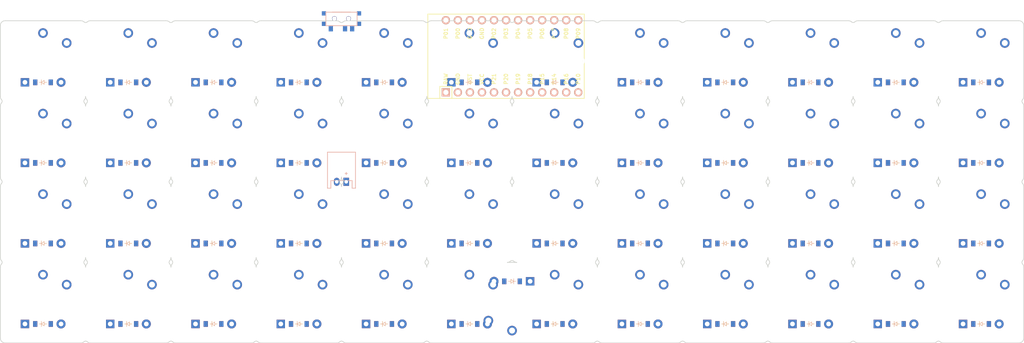
<source format=kicad_pcb>
(kicad_pcb (version 20171130) (host pcbnew 5.1.6)
  (title_block (title planck) (rev v1.0.0) (company Unknown))
  (layers (0 F.Cu signal) (31 B.Cu signal) (34 B.Paste user) (35 F.Paste user) (36 B.SilkS user) (37 F.SilkS user) (38 B.Mask user) (39 F.Mask user) (44 Edge.Cuts user))
  (net 0 "")
  (net 1 "one_modrow")
  (net 2 "P1")
  (net 3 "one_bottom")
  (net 4 "one_home")
  (net 5 "one_top")
  (net 6 "two_modrow")
  (net 7 "P0")
  (net 8 "two_bottom")
  (net 9 "two_home")
  (net 10 "two_top")
  (net 11 "three_modrow")
  (net 12 "P14")
  (net 13 "three_bottom")
  (net 14 "three_home")
  (net 15 "three_top")
  (net 16 "four_modrow")
  (net 17 "P20")
  (net 18 "four_bottom")
  (net 19 "four_home")
  (net 20 "four_top")
  (net 21 "five_modrow")
  (net 22 "P2")
  (net 23 "five_bottom")
  (net 24 "five_home")
  (net 25 "five_top")
  (net 26 "six_modrow")
  (net 27 "P3")
  (net 28 "six_bottom")
  (net 29 "six_home")
  (net 30 "six_top")
  (net 31 "seven_2uspacebar")
  (net 32 "P4")
  (net 33 "seven_modrow")
  (net 34 "seven_bottom")
  (net 35 "seven_home")
  (net 36 "seven_top")
  (net 37 "eight_modrow")
  (net 38 "P5")
  (net 39 "eight_bottom")
  (net 40 "eight_home")
  (net 41 "eight_top")
  (net 42 "nine_modrow")
  (net 43 "P6")
  (net 44 "nine_bottom")
  (net 45 "nine_home")
  (net 46 "nine_top")
  (net 47 "ten_modrow")
  (net 48 "P7")
  (net 49 "ten_bottom")
  (net 50 "ten_home")
  (net 51 "ten_top")
  (net 52 "eleven_modrow")
  (net 53 "P8")
  (net 54 "eleven_bottom")
  (net 55 "eleven_home")
  (net 56 "eleven_top")
  (net 57 "twelve_modrow")
  (net 58 "P9")
  (net 59 "twelve_bottom")
  (net 60 "twelve_home")
  (net 61 "twelve_top")
  (net 62 "P19")
  (net 63 "P18")
  (net 64 "P15")
  (net 65 "P21")
  (net 66 "RAW")
  (net 67 "GND")
  (net 68 "RST")
  (net 69 "VCC")
  (net 70 "P16")
  (net 71 "P10")
  (net 72 "BAT")
  (module PG1350 (layer F.Cu) (at 0 -17 0)
    (fp_text reference "S1" hide)
    (fp_text value "" hide)
    (pad "" np_thru_hole circle (at 0 0) (size 3.429 3.429) (drill 3.429) (layers *.Cu *.Mask))
    (pad "" np_thru_hole circle (at 5.5 0) (size 1.7018 1.7018) (drill 1.7018) (layers *.Cu *.Mask))
    (pad "" np_thru_hole circle (at -5.5 0) (size 1.7018 1.7018) (drill 1.7018) (layers *.Cu *.Mask))
    (pad 1 thru_hole circle (at 5 -3.8) (size 2.032 2.032) (drill 1.27) (layers *.Cu *.Mask) (net 1 "one_modrow"))
    (pad 2 thru_hole circle (at 0 -5.9) (size 2.032 2.032) (drill 1.27) (layers *.Cu *.Mask) (net 2 "P1"))
  )
  (module PG1350 (layer F.Cu) (at 0 -34 0)
    (fp_text reference "S2" hide)
    (fp_text value "" hide)
    (pad "" np_thru_hole circle (at 0 0) (size 3.429 3.429) (drill 3.429) (layers *.Cu *.Mask))
    (pad "" np_thru_hole circle (at 5.5 0) (size 1.7018 1.7018) (drill 1.7018) (layers *.Cu *.Mask))
    (pad "" np_thru_hole circle (at -5.5 0) (size 1.7018 1.7018) (drill 1.7018) (layers *.Cu *.Mask))
    (pad 1 thru_hole circle (at 5 -3.8) (size 2.032 2.032) (drill 1.27) (layers *.Cu *.Mask) (net 3 "one_bottom"))
    (pad 2 thru_hole circle (at 0 -5.9) (size 2.032 2.032) (drill 1.27) (layers *.Cu *.Mask) (net 2 "P1"))
  )
  (module PG1350 (layer F.Cu) (at 0 -51 0)
    (fp_text reference "S3" hide)
    (fp_text value "" hide)
    (pad "" np_thru_hole circle (at 0 0) (size 3.429 3.429) (drill 3.429) (layers *.Cu *.Mask))
    (pad "" np_thru_hole circle (at 5.5 0) (size 1.7018 1.7018) (drill 1.7018) (layers *.Cu *.Mask))
    (pad "" np_thru_hole circle (at -5.5 0) (size 1.7018 1.7018) (drill 1.7018) (layers *.Cu *.Mask))
    (pad 1 thru_hole circle (at 5 -3.8) (size 2.032 2.032) (drill 1.27) (layers *.Cu *.Mask) (net 4 "one_home"))
    (pad 2 thru_hole circle (at 0 -5.9) (size 2.032 2.032) (drill 1.27) (layers *.Cu *.Mask) (net 2 "P1"))
  )
  (module PG1350 (layer F.Cu) (at 0 -68 0)
    (fp_text reference "S4" hide)
    (fp_text value "" hide)
    (pad "" np_thru_hole circle (at 0 0) (size 3.429 3.429) (drill 3.429) (layers *.Cu *.Mask))
    (pad "" np_thru_hole circle (at 5.5 0) (size 1.7018 1.7018) (drill 1.7018) (layers *.Cu *.Mask))
    (pad "" np_thru_hole circle (at -5.5 0) (size 1.7018 1.7018) (drill 1.7018) (layers *.Cu *.Mask))
    (pad 1 thru_hole circle (at 5 -3.8) (size 2.032 2.032) (drill 1.27) (layers *.Cu *.Mask) (net 5 "one_top"))
    (pad 2 thru_hole circle (at 0 -5.9) (size 2.032 2.032) (drill 1.27) (layers *.Cu *.Mask) (net 2 "P1"))
  )
  (module PG1350 (layer F.Cu) (at 18 -17 0)
    (fp_text reference "S5" hide)
    (fp_text value "" hide)
    (pad "" np_thru_hole circle (at 0 0) (size 3.429 3.429) (drill 3.429) (layers *.Cu *.Mask))
    (pad "" np_thru_hole circle (at 5.5 0) (size 1.7018 1.7018) (drill 1.7018) (layers *.Cu *.Mask))
    (pad "" np_thru_hole circle (at -5.5 0) (size 1.7018 1.7018) (drill 1.7018) (layers *.Cu *.Mask))
    (pad 1 thru_hole circle (at 5 -3.8) (size 2.032 2.032) (drill 1.27) (layers *.Cu *.Mask) (net 6 "two_modrow"))
    (pad 2 thru_hole circle (at 0 -5.9) (size 2.032 2.032) (drill 1.27) (layers *.Cu *.Mask) (net 7 "P0"))
  )
  (module PG1350 (layer F.Cu) (at 18 -34 0)
    (fp_text reference "S6" hide)
    (fp_text value "" hide)
    (pad "" np_thru_hole circle (at 0 0) (size 3.429 3.429) (drill 3.429) (layers *.Cu *.Mask))
    (pad "" np_thru_hole circle (at 5.5 0) (size 1.7018 1.7018) (drill 1.7018) (layers *.Cu *.Mask))
    (pad "" np_thru_hole circle (at -5.5 0) (size 1.7018 1.7018) (drill 1.7018) (layers *.Cu *.Mask))
    (pad 1 thru_hole circle (at 5 -3.8) (size 2.032 2.032) (drill 1.27) (layers *.Cu *.Mask) (net 8 "two_bottom"))
    (pad 2 thru_hole circle (at 0 -5.9) (size 2.032 2.032) (drill 1.27) (layers *.Cu *.Mask) (net 7 "P0"))
  )
  (module PG1350 (layer F.Cu) (at 18 -51 0)
    (fp_text reference "S7" hide)
    (fp_text value "" hide)
    (pad "" np_thru_hole circle (at 0 0) (size 3.429 3.429) (drill 3.429) (layers *.Cu *.Mask))
    (pad "" np_thru_hole circle (at 5.5 0) (size 1.7018 1.7018) (drill 1.7018) (layers *.Cu *.Mask))
    (pad "" np_thru_hole circle (at -5.5 0) (size 1.7018 1.7018) (drill 1.7018) (layers *.Cu *.Mask))
    (pad 1 thru_hole circle (at 5 -3.8) (size 2.032 2.032) (drill 1.27) (layers *.Cu *.Mask) (net 9 "two_home"))
    (pad 2 thru_hole circle (at 0 -5.9) (size 2.032 2.032) (drill 1.27) (layers *.Cu *.Mask) (net 7 "P0"))
  )
  (module PG1350 (layer F.Cu) (at 18 -68 0)
    (fp_text reference "S8" hide)
    (fp_text value "" hide)
    (pad "" np_thru_hole circle (at 0 0) (size 3.429 3.429) (drill 3.429) (layers *.Cu *.Mask))
    (pad "" np_thru_hole circle (at 5.5 0) (size 1.7018 1.7018) (drill 1.7018) (layers *.Cu *.Mask))
    (pad "" np_thru_hole circle (at -5.5 0) (size 1.7018 1.7018) (drill 1.7018) (layers *.Cu *.Mask))
    (pad 1 thru_hole circle (at 5 -3.8) (size 2.032 2.032) (drill 1.27) (layers *.Cu *.Mask) (net 10 "two_top"))
    (pad 2 thru_hole circle (at 0 -5.9) (size 2.032 2.032) (drill 1.27) (layers *.Cu *.Mask) (net 7 "P0"))
  )
  (module PG1350 (layer F.Cu) (at 36 -17 0)
    (fp_text reference "S9" hide)
    (fp_text value "" hide)
    (pad "" np_thru_hole circle (at 0 0) (size 3.429 3.429) (drill 3.429) (layers *.Cu *.Mask))
    (pad "" np_thru_hole circle (at 5.5 0) (size 1.7018 1.7018) (drill 1.7018) (layers *.Cu *.Mask))
    (pad "" np_thru_hole circle (at -5.5 0) (size 1.7018 1.7018) (drill 1.7018) (layers *.Cu *.Mask))
    (pad 1 thru_hole circle (at 5 -3.8) (size 2.032 2.032) (drill 1.27) (layers *.Cu *.Mask) (net 11 "three_modrow"))
    (pad 2 thru_hole circle (at 0 -5.9) (size 2.032 2.032) (drill 1.27) (layers *.Cu *.Mask) (net 12 "P14"))
  )
  (module PG1350 (layer F.Cu) (at 36 -34 0)
    (fp_text reference "S10" hide)
    (fp_text value "" hide)
    (pad "" np_thru_hole circle (at 0 0) (size 3.429 3.429) (drill 3.429) (layers *.Cu *.Mask))
    (pad "" np_thru_hole circle (at 5.5 0) (size 1.7018 1.7018) (drill 1.7018) (layers *.Cu *.Mask))
    (pad "" np_thru_hole circle (at -5.5 0) (size 1.7018 1.7018) (drill 1.7018) (layers *.Cu *.Mask))
    (pad 1 thru_hole circle (at 5 -3.8) (size 2.032 2.032) (drill 1.27) (layers *.Cu *.Mask) (net 13 "three_bottom"))
    (pad 2 thru_hole circle (at 0 -5.9) (size 2.032 2.032) (drill 1.27) (layers *.Cu *.Mask) (net 12 "P14"))
  )
  (module PG1350 (layer F.Cu) (at 36 -51 0)
    (fp_text reference "S11" hide)
    (fp_text value "" hide)
    (pad "" np_thru_hole circle (at 0 0) (size 3.429 3.429) (drill 3.429) (layers *.Cu *.Mask))
    (pad "" np_thru_hole circle (at 5.5 0) (size 1.7018 1.7018) (drill 1.7018) (layers *.Cu *.Mask))
    (pad "" np_thru_hole circle (at -5.5 0) (size 1.7018 1.7018) (drill 1.7018) (layers *.Cu *.Mask))
    (pad 1 thru_hole circle (at 5 -3.8) (size 2.032 2.032) (drill 1.27) (layers *.Cu *.Mask) (net 14 "three_home"))
    (pad 2 thru_hole circle (at 0 -5.9) (size 2.032 2.032) (drill 1.27) (layers *.Cu *.Mask) (net 12 "P14"))
  )
  (module PG1350 (layer F.Cu) (at 36 -68 0)
    (fp_text reference "S12" hide)
    (fp_text value "" hide)
    (pad "" np_thru_hole circle (at 0 0) (size 3.429 3.429) (drill 3.429) (layers *.Cu *.Mask))
    (pad "" np_thru_hole circle (at 5.5 0) (size 1.7018 1.7018) (drill 1.7018) (layers *.Cu *.Mask))
    (pad "" np_thru_hole circle (at -5.5 0) (size 1.7018 1.7018) (drill 1.7018) (layers *.Cu *.Mask))
    (pad 1 thru_hole circle (at 5 -3.8) (size 2.032 2.032) (drill 1.27) (layers *.Cu *.Mask) (net 15 "three_top"))
    (pad 2 thru_hole circle (at 0 -5.9) (size 2.032 2.032) (drill 1.27) (layers *.Cu *.Mask) (net 12 "P14"))
  )
  (module PG1350 (layer F.Cu) (at 54 -17 0)
    (fp_text reference "S13" hide)
    (fp_text value "" hide)
    (pad "" np_thru_hole circle (at 0 0) (size 3.429 3.429) (drill 3.429) (layers *.Cu *.Mask))
    (pad "" np_thru_hole circle (at 5.5 0) (size 1.7018 1.7018) (drill 1.7018) (layers *.Cu *.Mask))
    (pad "" np_thru_hole circle (at -5.5 0) (size 1.7018 1.7018) (drill 1.7018) (layers *.Cu *.Mask))
    (pad 1 thru_hole circle (at 5 -3.8) (size 2.032 2.032) (drill 1.27) (layers *.Cu *.Mask) (net 16 "four_modrow"))
    (pad 2 thru_hole circle (at 0 -5.9) (size 2.032 2.032) (drill 1.27) (layers *.Cu *.Mask) (net 17 "P20"))
  )
  (module PG1350 (layer F.Cu) (at 54 -34 0)
    (fp_text reference "S14" hide)
    (fp_text value "" hide)
    (pad "" np_thru_hole circle (at 0 0) (size 3.429 3.429) (drill 3.429) (layers *.Cu *.Mask))
    (pad "" np_thru_hole circle (at 5.5 0) (size 1.7018 1.7018) (drill 1.7018) (layers *.Cu *.Mask))
    (pad "" np_thru_hole circle (at -5.5 0) (size 1.7018 1.7018) (drill 1.7018) (layers *.Cu *.Mask))
    (pad 1 thru_hole circle (at 5 -3.8) (size 2.032 2.032) (drill 1.27) (layers *.Cu *.Mask) (net 18 "four_bottom"))
    (pad 2 thru_hole circle (at 0 -5.9) (size 2.032 2.032) (drill 1.27) (layers *.Cu *.Mask) (net 17 "P20"))
  )
  (module PG1350 (layer F.Cu) (at 54 -51 0)
    (fp_text reference "S15" hide)
    (fp_text value "" hide)
    (pad "" np_thru_hole circle (at 0 0) (size 3.429 3.429) (drill 3.429) (layers *.Cu *.Mask))
    (pad "" np_thru_hole circle (at 5.5 0) (size 1.7018 1.7018) (drill 1.7018) (layers *.Cu *.Mask))
    (pad "" np_thru_hole circle (at -5.5 0) (size 1.7018 1.7018) (drill 1.7018) (layers *.Cu *.Mask))
    (pad 1 thru_hole circle (at 5 -3.8) (size 2.032 2.032) (drill 1.27) (layers *.Cu *.Mask) (net 19 "four_home"))
    (pad 2 thru_hole circle (at 0 -5.9) (size 2.032 2.032) (drill 1.27) (layers *.Cu *.Mask) (net 17 "P20"))
  )
  (module PG1350 (layer F.Cu) (at 54 -68 0)
    (fp_text reference "S16" hide)
    (fp_text value "" hide)
    (pad "" np_thru_hole circle (at 0 0) (size 3.429 3.429) (drill 3.429) (layers *.Cu *.Mask))
    (pad "" np_thru_hole circle (at 5.5 0) (size 1.7018 1.7018) (drill 1.7018) (layers *.Cu *.Mask))
    (pad "" np_thru_hole circle (at -5.5 0) (size 1.7018 1.7018) (drill 1.7018) (layers *.Cu *.Mask))
    (pad 1 thru_hole circle (at 5 -3.8) (size 2.032 2.032) (drill 1.27) (layers *.Cu *.Mask) (net 20 "four_top"))
    (pad 2 thru_hole circle (at 0 -5.9) (size 2.032 2.032) (drill 1.27) (layers *.Cu *.Mask) (net 17 "P20"))
  )
  (module PG1350 (layer F.Cu) (at 72 -17 0)
    (fp_text reference "S17" hide)
    (fp_text value "" hide)
    (pad "" np_thru_hole circle (at 0 0) (size 3.429 3.429) (drill 3.429) (layers *.Cu *.Mask))
    (pad "" np_thru_hole circle (at 5.5 0) (size 1.7018 1.7018) (drill 1.7018) (layers *.Cu *.Mask))
    (pad "" np_thru_hole circle (at -5.5 0) (size 1.7018 1.7018) (drill 1.7018) (layers *.Cu *.Mask))
    (pad 1 thru_hole circle (at 5 -3.8) (size 2.032 2.032) (drill 1.27) (layers *.Cu *.Mask) (net 21 "five_modrow"))
    (pad 2 thru_hole circle (at 0 -5.9) (size 2.032 2.032) (drill 1.27) (layers *.Cu *.Mask) (net 22 "P2"))
  )
  (module PG1350 (layer F.Cu) (at 72 -34 0)
    (fp_text reference "S18" hide)
    (fp_text value "" hide)
    (pad "" np_thru_hole circle (at 0 0) (size 3.429 3.429) (drill 3.429) (layers *.Cu *.Mask))
    (pad "" np_thru_hole circle (at 5.5 0) (size 1.7018 1.7018) (drill 1.7018) (layers *.Cu *.Mask))
    (pad "" np_thru_hole circle (at -5.5 0) (size 1.7018 1.7018) (drill 1.7018) (layers *.Cu *.Mask))
    (pad 1 thru_hole circle (at 5 -3.8) (size 2.032 2.032) (drill 1.27) (layers *.Cu *.Mask) (net 23 "five_bottom"))
    (pad 2 thru_hole circle (at 0 -5.9) (size 2.032 2.032) (drill 1.27) (layers *.Cu *.Mask) (net 22 "P2"))
  )
  (module PG1350 (layer F.Cu) (at 72 -51 0)
    (fp_text reference "S19" hide)
    (fp_text value "" hide)
    (pad "" np_thru_hole circle (at 0 0) (size 3.429 3.429) (drill 3.429) (layers *.Cu *.Mask))
    (pad "" np_thru_hole circle (at 5.5 0) (size 1.7018 1.7018) (drill 1.7018) (layers *.Cu *.Mask))
    (pad "" np_thru_hole circle (at -5.5 0) (size 1.7018 1.7018) (drill 1.7018) (layers *.Cu *.Mask))
    (pad 1 thru_hole circle (at 5 -3.8) (size 2.032 2.032) (drill 1.27) (layers *.Cu *.Mask) (net 24 "five_home"))
    (pad 2 thru_hole circle (at 0 -5.9) (size 2.032 2.032) (drill 1.27) (layers *.Cu *.Mask) (net 22 "P2"))
  )
  (module PG1350 (layer F.Cu) (at 72 -68 0)
    (fp_text reference "S20" hide)
    (fp_text value "" hide)
    (pad "" np_thru_hole circle (at 0 0) (size 3.429 3.429) (drill 3.429) (layers *.Cu *.Mask))
    (pad "" np_thru_hole circle (at 5.5 0) (size 1.7018 1.7018) (drill 1.7018) (layers *.Cu *.Mask))
    (pad "" np_thru_hole circle (at -5.5 0) (size 1.7018 1.7018) (drill 1.7018) (layers *.Cu *.Mask))
    (pad 1 thru_hole circle (at 5 -3.8) (size 2.032 2.032) (drill 1.27) (layers *.Cu *.Mask) (net 25 "five_top"))
    (pad 2 thru_hole circle (at 0 -5.9) (size 2.032 2.032) (drill 1.27) (layers *.Cu *.Mask) (net 22 "P2"))
  )
  (module PG1350 (layer F.Cu) (at 90 -17 0)
    (fp_text reference "S21" hide)
    (fp_text value "" hide)
    (pad "" np_thru_hole circle (at 0 0) (size 3.429 3.429) (drill 3.429) (layers *.Cu *.Mask))
    (pad "" np_thru_hole circle (at 5.5 0) (size 1.7018 1.7018) (drill 1.7018) (layers *.Cu *.Mask))
    (pad "" np_thru_hole circle (at -5.5 0) (size 1.7018 1.7018) (drill 1.7018) (layers *.Cu *.Mask))
    (pad 1 thru_hole circle (at 5 -3.8) (size 2.032 2.032) (drill 1.27) (layers *.Cu *.Mask) (net 26 "six_modrow"))
    (pad 2 thru_hole circle (at 0 -5.9) (size 2.032 2.032) (drill 1.27) (layers *.Cu *.Mask) (net 27 "P3"))
  )
  (module PG1350 (layer F.Cu) (at 90 -34 0)
    (fp_text reference "S22" hide)
    (fp_text value "" hide)
    (pad "" np_thru_hole circle (at 0 0) (size 3.429 3.429) (drill 3.429) (layers *.Cu *.Mask))
    (pad "" np_thru_hole circle (at 5.5 0) (size 1.7018 1.7018) (drill 1.7018) (layers *.Cu *.Mask))
    (pad "" np_thru_hole circle (at -5.5 0) (size 1.7018 1.7018) (drill 1.7018) (layers *.Cu *.Mask))
    (pad 1 thru_hole circle (at 5 -3.8) (size 2.032 2.032) (drill 1.27) (layers *.Cu *.Mask) (net 28 "six_bottom"))
    (pad 2 thru_hole circle (at 0 -5.9) (size 2.032 2.032) (drill 1.27) (layers *.Cu *.Mask) (net 27 "P3"))
  )
  (module PG1350 (layer F.Cu) (at 90 -51 0)
    (fp_text reference "S23" hide)
    (fp_text value "" hide)
    (pad "" np_thru_hole circle (at 0 0) (size 3.429 3.429) (drill 3.429) (layers *.Cu *.Mask))
    (pad "" np_thru_hole circle (at 5.5 0) (size 1.7018 1.7018) (drill 1.7018) (layers *.Cu *.Mask))
    (pad "" np_thru_hole circle (at -5.5 0) (size 1.7018 1.7018) (drill 1.7018) (layers *.Cu *.Mask))
    (pad 1 thru_hole circle (at 5 -3.8) (size 2.032 2.032) (drill 1.27) (layers *.Cu *.Mask) (net 29 "six_home"))
    (pad 2 thru_hole circle (at 0 -5.9) (size 2.032 2.032) (drill 1.27) (layers *.Cu *.Mask) (net 27 "P3"))
  )
  (module PG1350 (layer F.Cu) (at 90 -68 0)
    (fp_text reference "S24" hide)
    (fp_text value "" hide)
    (pad "" np_thru_hole circle (at 0 0) (size 3.429 3.429) (drill 3.429) (layers *.Cu *.Mask))
    (pad "" np_thru_hole circle (at 5.5 0) (size 1.7018 1.7018) (drill 1.7018) (layers *.Cu *.Mask))
    (pad "" np_thru_hole circle (at -5.5 0) (size 1.7018 1.7018) (drill 1.7018) (layers *.Cu *.Mask))
    (pad 1 thru_hole circle (at 5 -3.8) (size 2.032 2.032) (drill 1.27) (layers *.Cu *.Mask) (net 30 "six_top"))
    (pad 2 thru_hole circle (at 0 -5.9) (size 2.032 2.032) (drill 1.27) (layers *.Cu *.Mask) (net 27 "P3"))
  )
  (module PG1350 (layer F.Cu) (at 99 -17 180)
    (fp_text reference "S25" hide)
    (fp_text value "" hide)
    (pad "" np_thru_hole circle (at 0 0) (size 3.429 3.429) (drill 3.429) (layers *.Cu *.Mask))
    (pad "" np_thru_hole circle (at 5.5 0) (size 1.7018 1.7018) (drill 1.7018) (layers *.Cu *.Mask))
    (pad "" np_thru_hole circle (at -5.5 0) (size 1.7018 1.7018) (drill 1.7018) (layers *.Cu *.Mask))
    (pad 1 thru_hole circle (at 5 -3.8) (size 2.032 2.032) (drill 1.27) (layers *.Cu *.Mask) (net 31 "seven_2uspacebar"))
    (pad 2 thru_hole circle (at 0 -5.9) (size 2.032 2.032) (drill 1.27) (layers *.Cu *.Mask) (net 32 "P4"))
  )
  (module PG1350 (layer F.Cu) (at 108 -17 360)
    (fp_text reference "S26" hide)
    (fp_text value "" hide)
    (pad "" np_thru_hole circle (at 0 0) (size 3.429 3.429) (drill 3.429) (layers *.Cu *.Mask))
    (pad "" np_thru_hole circle (at 5.5 0) (size 1.7018 1.7018) (drill 1.7018) (layers *.Cu *.Mask))
    (pad "" np_thru_hole circle (at -5.5 0) (size 1.7018 1.7018) (drill 1.7018) (layers *.Cu *.Mask))
    (pad 1 thru_hole circle (at 5 -3.8) (size 2.032 2.032) (drill 1.27) (layers *.Cu *.Mask) (net 33 "seven_modrow"))
    (pad 2 thru_hole circle (at 0 -5.9) (size 2.032 2.032) (drill 1.27) (layers *.Cu *.Mask) (net 32 "P4"))
  )
  (module PG1350 (layer F.Cu) (at 108 -34 360)
    (fp_text reference "S27" hide)
    (fp_text value "" hide)
    (pad "" np_thru_hole circle (at 0 0) (size 3.429 3.429) (drill 3.429) (layers *.Cu *.Mask))
    (pad "" np_thru_hole circle (at 5.5 0) (size 1.7018 1.7018) (drill 1.7018) (layers *.Cu *.Mask))
    (pad "" np_thru_hole circle (at -5.5 0) (size 1.7018 1.7018) (drill 1.7018) (layers *.Cu *.Mask))
    (pad 1 thru_hole circle (at 5 -3.8) (size 2.032 2.032) (drill 1.27) (layers *.Cu *.Mask) (net 34 "seven_bottom"))
    (pad 2 thru_hole circle (at 0 -5.9) (size 2.032 2.032) (drill 1.27) (layers *.Cu *.Mask) (net 32 "P4"))
  )
  (module PG1350 (layer F.Cu) (at 108 -51 360)
    (fp_text reference "S28" hide)
    (fp_text value "" hide)
    (pad "" np_thru_hole circle (at 0 0) (size 3.429 3.429) (drill 3.429) (layers *.Cu *.Mask))
    (pad "" np_thru_hole circle (at 5.5 0) (size 1.7018 1.7018) (drill 1.7018) (layers *.Cu *.Mask))
    (pad "" np_thru_hole circle (at -5.5 0) (size 1.7018 1.7018) (drill 1.7018) (layers *.Cu *.Mask))
    (pad 1 thru_hole circle (at 5 -3.8) (size 2.032 2.032) (drill 1.27) (layers *.Cu *.Mask) (net 35 "seven_home"))
    (pad 2 thru_hole circle (at 0 -5.9) (size 2.032 2.032) (drill 1.27) (layers *.Cu *.Mask) (net 32 "P4"))
  )
  (module PG1350 (layer F.Cu) (at 108 -68 360)
    (fp_text reference "S29" hide)
    (fp_text value "" hide)
    (pad "" np_thru_hole circle (at 0 0) (size 3.429 3.429) (drill 3.429) (layers *.Cu *.Mask))
    (pad "" np_thru_hole circle (at 5.5 0) (size 1.7018 1.7018) (drill 1.7018) (layers *.Cu *.Mask))
    (pad "" np_thru_hole circle (at -5.5 0) (size 1.7018 1.7018) (drill 1.7018) (layers *.Cu *.Mask))
    (pad 1 thru_hole circle (at 5 -3.8) (size 2.032 2.032) (drill 1.27) (layers *.Cu *.Mask) (net 36 "seven_top"))
    (pad 2 thru_hole circle (at 0 -5.9) (size 2.032 2.032) (drill 1.27) (layers *.Cu *.Mask) (net 32 "P4"))
  )
  (module PG1350 (layer F.Cu) (at 126 -17 0)
    (fp_text reference "S30" hide)
    (fp_text value "" hide)
    (pad "" np_thru_hole circle (at 0 0) (size 3.429 3.429) (drill 3.429) (layers *.Cu *.Mask))
    (pad "" np_thru_hole circle (at 5.5 0) (size 1.7018 1.7018) (drill 1.7018) (layers *.Cu *.Mask))
    (pad "" np_thru_hole circle (at -5.5 0) (size 1.7018 1.7018) (drill 1.7018) (layers *.Cu *.Mask))
    (pad 1 thru_hole circle (at 5 -3.8) (size 2.032 2.032) (drill 1.27) (layers *.Cu *.Mask) (net 37 "eight_modrow"))
    (pad 2 thru_hole circle (at 0 -5.9) (size 2.032 2.032) (drill 1.27) (layers *.Cu *.Mask) (net 38 "P5"))
  )
  (module PG1350 (layer F.Cu) (at 126 -34 0)
    (fp_text reference "S31" hide)
    (fp_text value "" hide)
    (pad "" np_thru_hole circle (at 0 0) (size 3.429 3.429) (drill 3.429) (layers *.Cu *.Mask))
    (pad "" np_thru_hole circle (at 5.5 0) (size 1.7018 1.7018) (drill 1.7018) (layers *.Cu *.Mask))
    (pad "" np_thru_hole circle (at -5.5 0) (size 1.7018 1.7018) (drill 1.7018) (layers *.Cu *.Mask))
    (pad 1 thru_hole circle (at 5 -3.8) (size 2.032 2.032) (drill 1.27) (layers *.Cu *.Mask) (net 39 "eight_bottom"))
    (pad 2 thru_hole circle (at 0 -5.9) (size 2.032 2.032) (drill 1.27) (layers *.Cu *.Mask) (net 38 "P5"))
  )
  (module PG1350 (layer F.Cu) (at 126 -51 0)
    (fp_text reference "S32" hide)
    (fp_text value "" hide)
    (pad "" np_thru_hole circle (at 0 0) (size 3.429 3.429) (drill 3.429) (layers *.Cu *.Mask))
    (pad "" np_thru_hole circle (at 5.5 0) (size 1.7018 1.7018) (drill 1.7018) (layers *.Cu *.Mask))
    (pad "" np_thru_hole circle (at -5.5 0) (size 1.7018 1.7018) (drill 1.7018) (layers *.Cu *.Mask))
    (pad 1 thru_hole circle (at 5 -3.8) (size 2.032 2.032) (drill 1.27) (layers *.Cu *.Mask) (net 40 "eight_home"))
    (pad 2 thru_hole circle (at 0 -5.9) (size 2.032 2.032) (drill 1.27) (layers *.Cu *.Mask) (net 38 "P5"))
  )
  (module PG1350 (layer F.Cu) (at 126 -68 0)
    (fp_text reference "S33" hide)
    (fp_text value "" hide)
    (pad "" np_thru_hole circle (at 0 0) (size 3.429 3.429) (drill 3.429) (layers *.Cu *.Mask))
    (pad "" np_thru_hole circle (at 5.5 0) (size 1.7018 1.7018) (drill 1.7018) (layers *.Cu *.Mask))
    (pad "" np_thru_hole circle (at -5.5 0) (size 1.7018 1.7018) (drill 1.7018) (layers *.Cu *.Mask))
    (pad 1 thru_hole circle (at 5 -3.8) (size 2.032 2.032) (drill 1.27) (layers *.Cu *.Mask) (net 41 "eight_top"))
    (pad 2 thru_hole circle (at 0 -5.9) (size 2.032 2.032) (drill 1.27) (layers *.Cu *.Mask) (net 38 "P5"))
  )
  (module PG1350 (layer F.Cu) (at 144 -17 0)
    (fp_text reference "S34" hide)
    (fp_text value "" hide)
    (pad "" np_thru_hole circle (at 0 0) (size 3.429 3.429) (drill 3.429) (layers *.Cu *.Mask))
    (pad "" np_thru_hole circle (at 5.5 0) (size 1.7018 1.7018) (drill 1.7018) (layers *.Cu *.Mask))
    (pad "" np_thru_hole circle (at -5.5 0) (size 1.7018 1.7018) (drill 1.7018) (layers *.Cu *.Mask))
    (pad 1 thru_hole circle (at 5 -3.8) (size 2.032 2.032) (drill 1.27) (layers *.Cu *.Mask) (net 42 "nine_modrow"))
    (pad 2 thru_hole circle (at 0 -5.9) (size 2.032 2.032) (drill 1.27) (layers *.Cu *.Mask) (net 43 "P6"))
  )
  (module PG1350 (layer F.Cu) (at 144 -34 0)
    (fp_text reference "S35" hide)
    (fp_text value "" hide)
    (pad "" np_thru_hole circle (at 0 0) (size 3.429 3.429) (drill 3.429) (layers *.Cu *.Mask))
    (pad "" np_thru_hole circle (at 5.5 0) (size 1.7018 1.7018) (drill 1.7018) (layers *.Cu *.Mask))
    (pad "" np_thru_hole circle (at -5.5 0) (size 1.7018 1.7018) (drill 1.7018) (layers *.Cu *.Mask))
    (pad 1 thru_hole circle (at 5 -3.8) (size 2.032 2.032) (drill 1.27) (layers *.Cu *.Mask) (net 44 "nine_bottom"))
    (pad 2 thru_hole circle (at 0 -5.9) (size 2.032 2.032) (drill 1.27) (layers *.Cu *.Mask) (net 43 "P6"))
  )
  (module PG1350 (layer F.Cu) (at 144 -51 0)
    (fp_text reference "S36" hide)
    (fp_text value "" hide)
    (pad "" np_thru_hole circle (at 0 0) (size 3.429 3.429) (drill 3.429) (layers *.Cu *.Mask))
    (pad "" np_thru_hole circle (at 5.5 0) (size 1.7018 1.7018) (drill 1.7018) (layers *.Cu *.Mask))
    (pad "" np_thru_hole circle (at -5.5 0) (size 1.7018 1.7018) (drill 1.7018) (layers *.Cu *.Mask))
    (pad 1 thru_hole circle (at 5 -3.8) (size 2.032 2.032) (drill 1.27) (layers *.Cu *.Mask) (net 45 "nine_home"))
    (pad 2 thru_hole circle (at 0 -5.9) (size 2.032 2.032) (drill 1.27) (layers *.Cu *.Mask) (net 43 "P6"))
  )
  (module PG1350 (layer F.Cu) (at 144 -68 0)
    (fp_text reference "S37" hide)
    (fp_text value "" hide)
    (pad "" np_thru_hole circle (at 0 0) (size 3.429 3.429) (drill 3.429) (layers *.Cu *.Mask))
    (pad "" np_thru_hole circle (at 5.5 0) (size 1.7018 1.7018) (drill 1.7018) (layers *.Cu *.Mask))
    (pad "" np_thru_hole circle (at -5.5 0) (size 1.7018 1.7018) (drill 1.7018) (layers *.Cu *.Mask))
    (pad 1 thru_hole circle (at 5 -3.8) (size 2.032 2.032) (drill 1.27) (layers *.Cu *.Mask) (net 46 "nine_top"))
    (pad 2 thru_hole circle (at 0 -5.9) (size 2.032 2.032) (drill 1.27) (layers *.Cu *.Mask) (net 43 "P6"))
  )
  (module PG1350 (layer F.Cu) (at 162 -17 0)
    (fp_text reference "S38" hide)
    (fp_text value "" hide)
    (pad "" np_thru_hole circle (at 0 0) (size 3.429 3.429) (drill 3.429) (layers *.Cu *.Mask))
    (pad "" np_thru_hole circle (at 5.5 0) (size 1.7018 1.7018) (drill 1.7018) (layers *.Cu *.Mask))
    (pad "" np_thru_hole circle (at -5.5 0) (size 1.7018 1.7018) (drill 1.7018) (layers *.Cu *.Mask))
    (pad 1 thru_hole circle (at 5 -3.8) (size 2.032 2.032) (drill 1.27) (layers *.Cu *.Mask) (net 47 "ten_modrow"))
    (pad 2 thru_hole circle (at 0 -5.9) (size 2.032 2.032) (drill 1.27) (layers *.Cu *.Mask) (net 48 "P7"))
  )
  (module PG1350 (layer F.Cu) (at 162 -34 0)
    (fp_text reference "S39" hide)
    (fp_text value "" hide)
    (pad "" np_thru_hole circle (at 0 0) (size 3.429 3.429) (drill 3.429) (layers *.Cu *.Mask))
    (pad "" np_thru_hole circle (at 5.5 0) (size 1.7018 1.7018) (drill 1.7018) (layers *.Cu *.Mask))
    (pad "" np_thru_hole circle (at -5.5 0) (size 1.7018 1.7018) (drill 1.7018) (layers *.Cu *.Mask))
    (pad 1 thru_hole circle (at 5 -3.8) (size 2.032 2.032) (drill 1.27) (layers *.Cu *.Mask) (net 49 "ten_bottom"))
    (pad 2 thru_hole circle (at 0 -5.9) (size 2.032 2.032) (drill 1.27) (layers *.Cu *.Mask) (net 48 "P7"))
  )
  (module PG1350 (layer F.Cu) (at 162 -51 0)
    (fp_text reference "S40" hide)
    (fp_text value "" hide)
    (pad "" np_thru_hole circle (at 0 0) (size 3.429 3.429) (drill 3.429) (layers *.Cu *.Mask))
    (pad "" np_thru_hole circle (at 5.5 0) (size 1.7018 1.7018) (drill 1.7018) (layers *.Cu *.Mask))
    (pad "" np_thru_hole circle (at -5.5 0) (size 1.7018 1.7018) (drill 1.7018) (layers *.Cu *.Mask))
    (pad 1 thru_hole circle (at 5 -3.8) (size 2.032 2.032) (drill 1.27) (layers *.Cu *.Mask) (net 50 "ten_home"))
    (pad 2 thru_hole circle (at 0 -5.9) (size 2.032 2.032) (drill 1.27) (layers *.Cu *.Mask) (net 48 "P7"))
  )
  (module PG1350 (layer F.Cu) (at 162 -68 0)
    (fp_text reference "S41" hide)
    (fp_text value "" hide)
    (pad "" np_thru_hole circle (at 0 0) (size 3.429 3.429) (drill 3.429) (layers *.Cu *.Mask))
    (pad "" np_thru_hole circle (at 5.5 0) (size 1.7018 1.7018) (drill 1.7018) (layers *.Cu *.Mask))
    (pad "" np_thru_hole circle (at -5.5 0) (size 1.7018 1.7018) (drill 1.7018) (layers *.Cu *.Mask))
    (pad 1 thru_hole circle (at 5 -3.8) (size 2.032 2.032) (drill 1.27) (layers *.Cu *.Mask) (net 51 "ten_top"))
    (pad 2 thru_hole circle (at 0 -5.9) (size 2.032 2.032) (drill 1.27) (layers *.Cu *.Mask) (net 48 "P7"))
  )
  (module PG1350 (layer F.Cu) (at 180 -17 0)
    (fp_text reference "S42" hide)
    (fp_text value "" hide)
    (pad "" np_thru_hole circle (at 0 0) (size 3.429 3.429) (drill 3.429) (layers *.Cu *.Mask))
    (pad "" np_thru_hole circle (at 5.5 0) (size 1.7018 1.7018) (drill 1.7018) (layers *.Cu *.Mask))
    (pad "" np_thru_hole circle (at -5.5 0) (size 1.7018 1.7018) (drill 1.7018) (layers *.Cu *.Mask))
    (pad 1 thru_hole circle (at 5 -3.8) (size 2.032 2.032) (drill 1.27) (layers *.Cu *.Mask) (net 52 "eleven_modrow"))
    (pad 2 thru_hole circle (at 0 -5.9) (size 2.032 2.032) (drill 1.27) (layers *.Cu *.Mask) (net 53 "P8"))
  )
  (module PG1350 (layer F.Cu) (at 180 -34 0)
    (fp_text reference "S43" hide)
    (fp_text value "" hide)
    (pad "" np_thru_hole circle (at 0 0) (size 3.429 3.429) (drill 3.429) (layers *.Cu *.Mask))
    (pad "" np_thru_hole circle (at 5.5 0) (size 1.7018 1.7018) (drill 1.7018) (layers *.Cu *.Mask))
    (pad "" np_thru_hole circle (at -5.5 0) (size 1.7018 1.7018) (drill 1.7018) (layers *.Cu *.Mask))
    (pad 1 thru_hole circle (at 5 -3.8) (size 2.032 2.032) (drill 1.27) (layers *.Cu *.Mask) (net 54 "eleven_bottom"))
    (pad 2 thru_hole circle (at 0 -5.9) (size 2.032 2.032) (drill 1.27) (layers *.Cu *.Mask) (net 53 "P8"))
  )
  (module PG1350 (layer F.Cu) (at 180 -51 0)
    (fp_text reference "S44" hide)
    (fp_text value "" hide)
    (pad "" np_thru_hole circle (at 0 0) (size 3.429 3.429) (drill 3.429) (layers *.Cu *.Mask))
    (pad "" np_thru_hole circle (at 5.5 0) (size 1.7018 1.7018) (drill 1.7018) (layers *.Cu *.Mask))
    (pad "" np_thru_hole circle (at -5.5 0) (size 1.7018 1.7018) (drill 1.7018) (layers *.Cu *.Mask))
    (pad 1 thru_hole circle (at 5 -3.8) (size 2.032 2.032) (drill 1.27) (layers *.Cu *.Mask) (net 55 "eleven_home"))
    (pad 2 thru_hole circle (at 0 -5.9) (size 2.032 2.032) (drill 1.27) (layers *.Cu *.Mask) (net 53 "P8"))
  )
  (module PG1350 (layer F.Cu) (at 180 -68 0)
    (fp_text reference "S45" hide)
    (fp_text value "" hide)
    (pad "" np_thru_hole circle (at 0 0) (size 3.429 3.429) (drill 3.429) (layers *.Cu *.Mask))
    (pad "" np_thru_hole circle (at 5.5 0) (size 1.7018 1.7018) (drill 1.7018) (layers *.Cu *.Mask))
    (pad "" np_thru_hole circle (at -5.5 0) (size 1.7018 1.7018) (drill 1.7018) (layers *.Cu *.Mask))
    (pad 1 thru_hole circle (at 5 -3.8) (size 2.032 2.032) (drill 1.27) (layers *.Cu *.Mask) (net 56 "eleven_top"))
    (pad 2 thru_hole circle (at 0 -5.9) (size 2.032 2.032) (drill 1.27) (layers *.Cu *.Mask) (net 53 "P8"))
  )
  (module PG1350 (layer F.Cu) (at 198 -17 0)
    (fp_text reference "S46" hide)
    (fp_text value "" hide)
    (pad "" np_thru_hole circle (at 0 0) (size 3.429 3.429) (drill 3.429) (layers *.Cu *.Mask))
    (pad "" np_thru_hole circle (at 5.5 0) (size 1.7018 1.7018) (drill 1.7018) (layers *.Cu *.Mask))
    (pad "" np_thru_hole circle (at -5.5 0) (size 1.7018 1.7018) (drill 1.7018) (layers *.Cu *.Mask))
    (pad 1 thru_hole circle (at 5 -3.8) (size 2.032 2.032) (drill 1.27) (layers *.Cu *.Mask) (net 57 "twelve_modrow"))
    (pad 2 thru_hole circle (at 0 -5.9) (size 2.032 2.032) (drill 1.27) (layers *.Cu *.Mask) (net 58 "P9"))
  )
  (module PG1350 (layer F.Cu) (at 198 -34 0)
    (fp_text reference "S47" hide)
    (fp_text value "" hide)
    (pad "" np_thru_hole circle (at 0 0) (size 3.429 3.429) (drill 3.429) (layers *.Cu *.Mask))
    (pad "" np_thru_hole circle (at 5.5 0) (size 1.7018 1.7018) (drill 1.7018) (layers *.Cu *.Mask))
    (pad "" np_thru_hole circle (at -5.5 0) (size 1.7018 1.7018) (drill 1.7018) (layers *.Cu *.Mask))
    (pad 1 thru_hole circle (at 5 -3.8) (size 2.032 2.032) (drill 1.27) (layers *.Cu *.Mask) (net 59 "twelve_bottom"))
    (pad 2 thru_hole circle (at 0 -5.9) (size 2.032 2.032) (drill 1.27) (layers *.Cu *.Mask) (net 58 "P9"))
  )
  (module PG1350 (layer F.Cu) (at 198 -51 0)
    (fp_text reference "S48" hide)
    (fp_text value "" hide)
    (pad "" np_thru_hole circle (at 0 0) (size 3.429 3.429) (drill 3.429) (layers *.Cu *.Mask))
    (pad "" np_thru_hole circle (at 5.5 0) (size 1.7018 1.7018) (drill 1.7018) (layers *.Cu *.Mask))
    (pad "" np_thru_hole circle (at -5.5 0) (size 1.7018 1.7018) (drill 1.7018) (layers *.Cu *.Mask))
    (pad 1 thru_hole circle (at 5 -3.8) (size 2.032 2.032) (drill 1.27) (layers *.Cu *.Mask) (net 60 "twelve_home"))
    (pad 2 thru_hole circle (at 0 -5.9) (size 2.032 2.032) (drill 1.27) (layers *.Cu *.Mask) (net 58 "P9"))
  )
  (module PG1350 (layer F.Cu) (at 198 -68 0)
    (fp_text reference "S49" hide)
    (fp_text value "" hide)
    (pad "" np_thru_hole circle (at 0 0) (size 3.429 3.429) (drill 3.429) (layers *.Cu *.Mask))
    (pad "" np_thru_hole circle (at 5.5 0) (size 1.7018 1.7018) (drill 1.7018) (layers *.Cu *.Mask))
    (pad "" np_thru_hole circle (at -5.5 0) (size 1.7018 1.7018) (drill 1.7018) (layers *.Cu *.Mask))
    (pad 1 thru_hole circle (at 5 -3.8) (size 2.032 2.032) (drill 1.27) (layers *.Cu *.Mask) (net 61 "twelve_top"))
    (pad 2 thru_hole circle (at 0 -5.9) (size 2.032 2.032) (drill 1.27) (layers *.Cu *.Mask) (net 58 "P9"))
  )
  (module ComboDiode (layer F.Cu) (at 0 -12.5 0)
    (fp_text reference "D1" hide)
    (fp_text value "" hide)
    (pad 1 smd rect (at -1.65 0 0) (size 0.9 1.2) (layers F.Cu F.Paste F.Mask) (net 62 "P19"))
    (pad 2 smd rect (at 1.65 0 0) (size 0.9 1.2) (layers B.Cu B.Paste B.Mask) (net 1 "one_modrow"))
    (pad 1 smd rect (at -1.65 0 0) (size 0.9 1.2) (layers B.Cu B.Paste B.Mask) (net 62 "P19"))
    (pad 2 smd rect (at 1.65 0 0) (size 0.9 1.2) (layers F.Cu F.Paste F.Mask) (net 1 "one_modrow"))
    (pad 1 thru_hole rect (at -3.81 0 0) (size 1.778 1.778) (drill 0.9906) (layers *.Cu *.Mask) (net 62 "P19"))
    (pad 2 thru_hole circle (at 3.81 0 0) (size 1.905 1.905) (drill 0.9906) (layers *.Cu *.Mask) (net 1 "one_modrow"))
  )
  (module ComboDiode (layer F.Cu) (at 0 -29.5 0)
    (fp_text reference "D2" hide)
    (fp_text value "" hide)
    (pad 1 smd rect (at -1.65 0 0) (size 0.9 1.2) (layers F.Cu F.Paste F.Mask) (net 63 "P18"))
    (pad 2 smd rect (at 1.65 0 0) (size 0.9 1.2) (layers B.Cu B.Paste B.Mask) (net 3 "one_bottom"))
    (pad 1 smd rect (at -1.65 0 0) (size 0.9 1.2) (layers B.Cu B.Paste B.Mask) (net 63 "P18"))
    (pad 2 smd rect (at 1.65 0 0) (size 0.9 1.2) (layers F.Cu F.Paste F.Mask) (net 3 "one_bottom"))
    (pad 1 thru_hole rect (at -3.81 0 0) (size 1.778 1.778) (drill 0.9906) (layers *.Cu *.Mask) (net 63 "P18"))
    (pad 2 thru_hole circle (at 3.81 0 0) (size 1.905 1.905) (drill 0.9906) (layers *.Cu *.Mask) (net 3 "one_bottom"))
  )
  (module ComboDiode (layer F.Cu) (at 0 -46.5 0)
    (fp_text reference "D3" hide)
    (fp_text value "" hide)
    (pad 1 smd rect (at -1.65 0 0) (size 0.9 1.2) (layers F.Cu F.Paste F.Mask) (net 64 "P15"))
    (pad 2 smd rect (at 1.65 0 0) (size 0.9 1.2) (layers B.Cu B.Paste B.Mask) (net 4 "one_home"))
    (pad 1 smd rect (at -1.65 0 0) (size 0.9 1.2) (layers B.Cu B.Paste B.Mask) (net 64 "P15"))
    (pad 2 smd rect (at 1.65 0 0) (size 0.9 1.2) (layers F.Cu F.Paste F.Mask) (net 4 "one_home"))
    (pad 1 thru_hole rect (at -3.81 0 0) (size 1.778 1.778) (drill 0.9906) (layers *.Cu *.Mask) (net 64 "P15"))
    (pad 2 thru_hole circle (at 3.81 0 0) (size 1.905 1.905) (drill 0.9906) (layers *.Cu *.Mask) (net 4 "one_home"))
  )
  (module ComboDiode (layer F.Cu) (at 0 -63.5 0)
    (fp_text reference "D4" hide)
    (fp_text value "" hide)
    (pad 1 smd rect (at -1.65 0 0) (size 0.9 1.2) (layers F.Cu F.Paste F.Mask) (net 65 "P21"))
    (pad 2 smd rect (at 1.65 0 0) (size 0.9 1.2) (layers B.Cu B.Paste B.Mask) (net 5 "one_top"))
    (pad 1 smd rect (at -1.65 0 0) (size 0.9 1.2) (layers B.Cu B.Paste B.Mask) (net 65 "P21"))
    (pad 2 smd rect (at 1.65 0 0) (size 0.9 1.2) (layers F.Cu F.Paste F.Mask) (net 5 "one_top"))
    (pad 1 thru_hole rect (at -3.81 0 0) (size 1.778 1.778) (drill 0.9906) (layers *.Cu *.Mask) (net 65 "P21"))
    (pad 2 thru_hole circle (at 3.81 0 0) (size 1.905 1.905) (drill 0.9906) (layers *.Cu *.Mask) (net 5 "one_top"))
  )
  (module ComboDiode (layer F.Cu) (at 18 -12.5 0)
    (fp_text reference "D5" hide)
    (fp_text value "" hide)
    (pad 1 smd rect (at -1.65 0 0) (size 0.9 1.2) (layers F.Cu F.Paste F.Mask) (net 62 "P19"))
    (pad 2 smd rect (at 1.65 0 0) (size 0.9 1.2) (layers B.Cu B.Paste B.Mask) (net 6 "two_modrow"))
    (pad 1 smd rect (at -1.65 0 0) (size 0.9 1.2) (layers B.Cu B.Paste B.Mask) (net 62 "P19"))
    (pad 2 smd rect (at 1.65 0 0) (size 0.9 1.2) (layers F.Cu F.Paste F.Mask) (net 6 "two_modrow"))
    (pad 1 thru_hole rect (at -3.81 0 0) (size 1.778 1.778) (drill 0.9906) (layers *.Cu *.Mask) (net 62 "P19"))
    (pad 2 thru_hole circle (at 3.81 0 0) (size 1.905 1.905) (drill 0.9906) (layers *.Cu *.Mask) (net 6 "two_modrow"))
  )
  (module ComboDiode (layer F.Cu) (at 18 -29.5 0)
    (fp_text reference "D6" hide)
    (fp_text value "" hide)
    (pad 1 smd rect (at -1.65 0 0) (size 0.9 1.2) (layers F.Cu F.Paste F.Mask) (net 63 "P18"))
    (pad 2 smd rect (at 1.65 0 0) (size 0.9 1.2) (layers B.Cu B.Paste B.Mask) (net 8 "two_bottom"))
    (pad 1 smd rect (at -1.65 0 0) (size 0.9 1.2) (layers B.Cu B.Paste B.Mask) (net 63 "P18"))
    (pad 2 smd rect (at 1.65 0 0) (size 0.9 1.2) (layers F.Cu F.Paste F.Mask) (net 8 "two_bottom"))
    (pad 1 thru_hole rect (at -3.81 0 0) (size 1.778 1.778) (drill 0.9906) (layers *.Cu *.Mask) (net 63 "P18"))
    (pad 2 thru_hole circle (at 3.81 0 0) (size 1.905 1.905) (drill 0.9906) (layers *.Cu *.Mask) (net 8 "two_bottom"))
  )
  (module ComboDiode (layer F.Cu) (at 18 -46.5 0)
    (fp_text reference "D7" hide)
    (fp_text value "" hide)
    (pad 1 smd rect (at -1.65 0 0) (size 0.9 1.2) (layers F.Cu F.Paste F.Mask) (net 64 "P15"))
    (pad 2 smd rect (at 1.65 0 0) (size 0.9 1.2) (layers B.Cu B.Paste B.Mask) (net 9 "two_home"))
    (pad 1 smd rect (at -1.65 0 0) (size 0.9 1.2) (layers B.Cu B.Paste B.Mask) (net 64 "P15"))
    (pad 2 smd rect (at 1.65 0 0) (size 0.9 1.2) (layers F.Cu F.Paste F.Mask) (net 9 "two_home"))
    (pad 1 thru_hole rect (at -3.81 0 0) (size 1.778 1.778) (drill 0.9906) (layers *.Cu *.Mask) (net 64 "P15"))
    (pad 2 thru_hole circle (at 3.81 0 0) (size 1.905 1.905) (drill 0.9906) (layers *.Cu *.Mask) (net 9 "two_home"))
  )
  (module ComboDiode (layer F.Cu) (at 18 -63.5 0)
    (fp_text reference "D8" hide)
    (fp_text value "" hide)
    (pad 1 smd rect (at -1.65 0 0) (size 0.9 1.2) (layers F.Cu F.Paste F.Mask) (net 65 "P21"))
    (pad 2 smd rect (at 1.65 0 0) (size 0.9 1.2) (layers B.Cu B.Paste B.Mask) (net 10 "two_top"))
    (pad 1 smd rect (at -1.65 0 0) (size 0.9 1.2) (layers B.Cu B.Paste B.Mask) (net 65 "P21"))
    (pad 2 smd rect (at 1.65 0 0) (size 0.9 1.2) (layers F.Cu F.Paste F.Mask) (net 10 "two_top"))
    (pad 1 thru_hole rect (at -3.81 0 0) (size 1.778 1.778) (drill 0.9906) (layers *.Cu *.Mask) (net 65 "P21"))
    (pad 2 thru_hole circle (at 3.81 0 0) (size 1.905 1.905) (drill 0.9906) (layers *.Cu *.Mask) (net 10 "two_top"))
  )
  (module ComboDiode (layer F.Cu) (at 36 -12.5 0)
    (fp_text reference "D9" hide)
    (fp_text value "" hide)
    (pad 1 smd rect (at -1.65 0 0) (size 0.9 1.2) (layers F.Cu F.Paste F.Mask) (net 62 "P19"))
    (pad 2 smd rect (at 1.65 0 0) (size 0.9 1.2) (layers B.Cu B.Paste B.Mask) (net 11 "three_modrow"))
    (pad 1 smd rect (at -1.65 0 0) (size 0.9 1.2) (layers B.Cu B.Paste B.Mask) (net 62 "P19"))
    (pad 2 smd rect (at 1.65 0 0) (size 0.9 1.2) (layers F.Cu F.Paste F.Mask) (net 11 "three_modrow"))
    (pad 1 thru_hole rect (at -3.81 0 0) (size 1.778 1.778) (drill 0.9906) (layers *.Cu *.Mask) (net 62 "P19"))
    (pad 2 thru_hole circle (at 3.81 0 0) (size 1.905 1.905) (drill 0.9906) (layers *.Cu *.Mask) (net 11 "three_modrow"))
  )
  (module ComboDiode (layer F.Cu) (at 36 -29.5 0)
    (fp_text reference "D10" hide)
    (fp_text value "" hide)
    (pad 1 smd rect (at -1.65 0 0) (size 0.9 1.2) (layers F.Cu F.Paste F.Mask) (net 63 "P18"))
    (pad 2 smd rect (at 1.65 0 0) (size 0.9 1.2) (layers B.Cu B.Paste B.Mask) (net 13 "three_bottom"))
    (pad 1 smd rect (at -1.65 0 0) (size 0.9 1.2) (layers B.Cu B.Paste B.Mask) (net 63 "P18"))
    (pad 2 smd rect (at 1.65 0 0) (size 0.9 1.2) (layers F.Cu F.Paste F.Mask) (net 13 "three_bottom"))
    (pad 1 thru_hole rect (at -3.81 0 0) (size 1.778 1.778) (drill 0.9906) (layers *.Cu *.Mask) (net 63 "P18"))
    (pad 2 thru_hole circle (at 3.81 0 0) (size 1.905 1.905) (drill 0.9906) (layers *.Cu *.Mask) (net 13 "three_bottom"))
  )
  (module ComboDiode (layer F.Cu) (at 36 -46.5 0)
    (fp_text reference "D11" hide)
    (fp_text value "" hide)
    (pad 1 smd rect (at -1.65 0 0) (size 0.9 1.2) (layers F.Cu F.Paste F.Mask) (net 64 "P15"))
    (pad 2 smd rect (at 1.65 0 0) (size 0.9 1.2) (layers B.Cu B.Paste B.Mask) (net 14 "three_home"))
    (pad 1 smd rect (at -1.65 0 0) (size 0.9 1.2) (layers B.Cu B.Paste B.Mask) (net 64 "P15"))
    (pad 2 smd rect (at 1.65 0 0) (size 0.9 1.2) (layers F.Cu F.Paste F.Mask) (net 14 "three_home"))
    (pad 1 thru_hole rect (at -3.81 0 0) (size 1.778 1.778) (drill 0.9906) (layers *.Cu *.Mask) (net 64 "P15"))
    (pad 2 thru_hole circle (at 3.81 0 0) (size 1.905 1.905) (drill 0.9906) (layers *.Cu *.Mask) (net 14 "three_home"))
  )
  (module ComboDiode (layer F.Cu) (at 36 -63.5 0)
    (fp_text reference "D12" hide)
    (fp_text value "" hide)
    (pad 1 smd rect (at -1.65 0 0) (size 0.9 1.2) (layers F.Cu F.Paste F.Mask) (net 65 "P21"))
    (pad 2 smd rect (at 1.65 0 0) (size 0.9 1.2) (layers B.Cu B.Paste B.Mask) (net 15 "three_top"))
    (pad 1 smd rect (at -1.65 0 0) (size 0.9 1.2) (layers B.Cu B.Paste B.Mask) (net 65 "P21"))
    (pad 2 smd rect (at 1.65 0 0) (size 0.9 1.2) (layers F.Cu F.Paste F.Mask) (net 15 "three_top"))
    (pad 1 thru_hole rect (at -3.81 0 0) (size 1.778 1.778) (drill 0.9906) (layers *.Cu *.Mask) (net 65 "P21"))
    (pad 2 thru_hole circle (at 3.81 0 0) (size 1.905 1.905) (drill 0.9906) (layers *.Cu *.Mask) (net 15 "three_top"))
  )
  (module ComboDiode (layer F.Cu) (at 54 -12.5 0)
    (fp_text reference "D13" hide)
    (fp_text value "" hide)
    (pad 1 smd rect (at -1.65 0 0) (size 0.9 1.2) (layers F.Cu F.Paste F.Mask) (net 62 "P19"))
    (pad 2 smd rect (at 1.65 0 0) (size 0.9 1.2) (layers B.Cu B.Paste B.Mask) (net 16 "four_modrow"))
    (pad 1 smd rect (at -1.65 0 0) (size 0.9 1.2) (layers B.Cu B.Paste B.Mask) (net 62 "P19"))
    (pad 2 smd rect (at 1.65 0 0) (size 0.9 1.2) (layers F.Cu F.Paste F.Mask) (net 16 "four_modrow"))
    (pad 1 thru_hole rect (at -3.81 0 0) (size 1.778 1.778) (drill 0.9906) (layers *.Cu *.Mask) (net 62 "P19"))
    (pad 2 thru_hole circle (at 3.81 0 0) (size 1.905 1.905) (drill 0.9906) (layers *.Cu *.Mask) (net 16 "four_modrow"))
  )
  (module ComboDiode (layer F.Cu) (at 54 -29.5 0)
    (fp_text reference "D14" hide)
    (fp_text value "" hide)
    (pad 1 smd rect (at -1.65 0 0) (size 0.9 1.2) (layers F.Cu F.Paste F.Mask) (net 63 "P18"))
    (pad 2 smd rect (at 1.65 0 0) (size 0.9 1.2) (layers B.Cu B.Paste B.Mask) (net 18 "four_bottom"))
    (pad 1 smd rect (at -1.65 0 0) (size 0.9 1.2) (layers B.Cu B.Paste B.Mask) (net 63 "P18"))
    (pad 2 smd rect (at 1.65 0 0) (size 0.9 1.2) (layers F.Cu F.Paste F.Mask) (net 18 "four_bottom"))
    (pad 1 thru_hole rect (at -3.81 0 0) (size 1.778 1.778) (drill 0.9906) (layers *.Cu *.Mask) (net 63 "P18"))
    (pad 2 thru_hole circle (at 3.81 0 0) (size 1.905 1.905) (drill 0.9906) (layers *.Cu *.Mask) (net 18 "four_bottom"))
  )
  (module ComboDiode (layer F.Cu) (at 54 -46.5 0)
    (fp_text reference "D15" hide)
    (fp_text value "" hide)
    (pad 1 smd rect (at -1.65 0 0) (size 0.9 1.2) (layers F.Cu F.Paste F.Mask) (net 64 "P15"))
    (pad 2 smd rect (at 1.65 0 0) (size 0.9 1.2) (layers B.Cu B.Paste B.Mask) (net 19 "four_home"))
    (pad 1 smd rect (at -1.65 0 0) (size 0.9 1.2) (layers B.Cu B.Paste B.Mask) (net 64 "P15"))
    (pad 2 smd rect (at 1.65 0 0) (size 0.9 1.2) (layers F.Cu F.Paste F.Mask) (net 19 "four_home"))
    (pad 1 thru_hole rect (at -3.81 0 0) (size 1.778 1.778) (drill 0.9906) (layers *.Cu *.Mask) (net 64 "P15"))
    (pad 2 thru_hole circle (at 3.81 0 0) (size 1.905 1.905) (drill 0.9906) (layers *.Cu *.Mask) (net 19 "four_home"))
  )
  (module ComboDiode (layer F.Cu) (at 54 -63.5 0)
    (fp_text reference "D16" hide)
    (fp_text value "" hide)
    (pad 1 smd rect (at -1.65 0 0) (size 0.9 1.2) (layers F.Cu F.Paste F.Mask) (net 65 "P21"))
    (pad 2 smd rect (at 1.65 0 0) (size 0.9 1.2) (layers B.Cu B.Paste B.Mask) (net 20 "four_top"))
    (pad 1 smd rect (at -1.65 0 0) (size 0.9 1.2) (layers B.Cu B.Paste B.Mask) (net 65 "P21"))
    (pad 2 smd rect (at 1.65 0 0) (size 0.9 1.2) (layers F.Cu F.Paste F.Mask) (net 20 "four_top"))
    (pad 1 thru_hole rect (at -3.81 0 0) (size 1.778 1.778) (drill 0.9906) (layers *.Cu *.Mask) (net 65 "P21"))
    (pad 2 thru_hole circle (at 3.81 0 0) (size 1.905 1.905) (drill 0.9906) (layers *.Cu *.Mask) (net 20 "four_top"))
  )
  (module ComboDiode (layer F.Cu) (at 72 -12.5 0)
    (fp_text reference "D17" hide)
    (fp_text value "" hide)
    (pad 1 smd rect (at -1.65 0 0) (size 0.9 1.2) (layers F.Cu F.Paste F.Mask) (net 62 "P19"))
    (pad 2 smd rect (at 1.65 0 0) (size 0.9 1.2) (layers B.Cu B.Paste B.Mask) (net 21 "five_modrow"))
    (pad 1 smd rect (at -1.65 0 0) (size 0.9 1.2) (layers B.Cu B.Paste B.Mask) (net 62 "P19"))
    (pad 2 smd rect (at 1.65 0 0) (size 0.9 1.2) (layers F.Cu F.Paste F.Mask) (net 21 "five_modrow"))
    (pad 1 thru_hole rect (at -3.81 0 0) (size 1.778 1.778) (drill 0.9906) (layers *.Cu *.Mask) (net 62 "P19"))
    (pad 2 thru_hole circle (at 3.81 0 0) (size 1.905 1.905) (drill 0.9906) (layers *.Cu *.Mask) (net 21 "five_modrow"))
  )
  (module ComboDiode (layer F.Cu) (at 72 -29.5 0)
    (fp_text reference "D18" hide)
    (fp_text value "" hide)
    (pad 1 smd rect (at -1.65 0 0) (size 0.9 1.2) (layers F.Cu F.Paste F.Mask) (net 63 "P18"))
    (pad 2 smd rect (at 1.65 0 0) (size 0.9 1.2) (layers B.Cu B.Paste B.Mask) (net 23 "five_bottom"))
    (pad 1 smd rect (at -1.65 0 0) (size 0.9 1.2) (layers B.Cu B.Paste B.Mask) (net 63 "P18"))
    (pad 2 smd rect (at 1.65 0 0) (size 0.9 1.2) (layers F.Cu F.Paste F.Mask) (net 23 "five_bottom"))
    (pad 1 thru_hole rect (at -3.81 0 0) (size 1.778 1.778) (drill 0.9906) (layers *.Cu *.Mask) (net 63 "P18"))
    (pad 2 thru_hole circle (at 3.81 0 0) (size 1.905 1.905) (drill 0.9906) (layers *.Cu *.Mask) (net 23 "five_bottom"))
  )
  (module ComboDiode (layer F.Cu) (at 72 -46.5 0)
    (fp_text reference "D19" hide)
    (fp_text value "" hide)
    (pad 1 smd rect (at -1.65 0 0) (size 0.9 1.2) (layers F.Cu F.Paste F.Mask) (net 64 "P15"))
    (pad 2 smd rect (at 1.65 0 0) (size 0.9 1.2) (layers B.Cu B.Paste B.Mask) (net 24 "five_home"))
    (pad 1 smd rect (at -1.65 0 0) (size 0.9 1.2) (layers B.Cu B.Paste B.Mask) (net 64 "P15"))
    (pad 2 smd rect (at 1.65 0 0) (size 0.9 1.2) (layers F.Cu F.Paste F.Mask) (net 24 "five_home"))
    (pad 1 thru_hole rect (at -3.81 0 0) (size 1.778 1.778) (drill 0.9906) (layers *.Cu *.Mask) (net 64 "P15"))
    (pad 2 thru_hole circle (at 3.81 0 0) (size 1.905 1.905) (drill 0.9906) (layers *.Cu *.Mask) (net 24 "five_home"))
  )
  (module ComboDiode (layer F.Cu) (at 72 -63.5 0)
    (fp_text reference "D20" hide)
    (fp_text value "" hide)
    (pad 1 smd rect (at -1.65 0 0) (size 0.9 1.2) (layers F.Cu F.Paste F.Mask) (net 65 "P21"))
    (pad 2 smd rect (at 1.65 0 0) (size 0.9 1.2) (layers B.Cu B.Paste B.Mask) (net 25 "five_top"))
    (pad 1 smd rect (at -1.65 0 0) (size 0.9 1.2) (layers B.Cu B.Paste B.Mask) (net 65 "P21"))
    (pad 2 smd rect (at 1.65 0 0) (size 0.9 1.2) (layers F.Cu F.Paste F.Mask) (net 25 "five_top"))
    (pad 1 thru_hole rect (at -3.81 0 0) (size 1.778 1.778) (drill 0.9906) (layers *.Cu *.Mask) (net 65 "P21"))
    (pad 2 thru_hole circle (at 3.81 0 0) (size 1.905 1.905) (drill 0.9906) (layers *.Cu *.Mask) (net 25 "five_top"))
  )
  (module ComboDiode (layer F.Cu) (at 90 -12.5 0)
    (fp_text reference "D21" hide)
    (fp_text value "" hide)
    (pad 1 smd rect (at -1.65 0 0) (size 0.9 1.2) (layers F.Cu F.Paste F.Mask) (net 62 "P19"))
    (pad 2 smd rect (at 1.65 0 0) (size 0.9 1.2) (layers B.Cu B.Paste B.Mask) (net 26 "six_modrow"))
    (pad 1 smd rect (at -1.65 0 0) (size 0.9 1.2) (layers B.Cu B.Paste B.Mask) (net 62 "P19"))
    (pad 2 smd rect (at 1.65 0 0) (size 0.9 1.2) (layers F.Cu F.Paste F.Mask) (net 26 "six_modrow"))
    (pad 1 thru_hole rect (at -3.81 0 0) (size 1.778 1.778) (drill 0.9906) (layers *.Cu *.Mask) (net 62 "P19"))
    (pad 2 thru_hole circle (at 3.81 0 0) (size 1.905 1.905) (drill 0.9906) (layers *.Cu *.Mask) (net 26 "six_modrow"))
  )
  (module ComboDiode (layer F.Cu) (at 90 -29.5 0)
    (fp_text reference "D22" hide)
    (fp_text value "" hide)
    (pad 1 smd rect (at -1.65 0 0) (size 0.9 1.2) (layers F.Cu F.Paste F.Mask) (net 63 "P18"))
    (pad 2 smd rect (at 1.65 0 0) (size 0.9 1.2) (layers B.Cu B.Paste B.Mask) (net 28 "six_bottom"))
    (pad 1 smd rect (at -1.65 0 0) (size 0.9 1.2) (layers B.Cu B.Paste B.Mask) (net 63 "P18"))
    (pad 2 smd rect (at 1.65 0 0) (size 0.9 1.2) (layers F.Cu F.Paste F.Mask) (net 28 "six_bottom"))
    (pad 1 thru_hole rect (at -3.81 0 0) (size 1.778 1.778) (drill 0.9906) (layers *.Cu *.Mask) (net 63 "P18"))
    (pad 2 thru_hole circle (at 3.81 0 0) (size 1.905 1.905) (drill 0.9906) (layers *.Cu *.Mask) (net 28 "six_bottom"))
  )
  (module ComboDiode (layer F.Cu) (at 90 -46.5 0)
    (fp_text reference "D23" hide)
    (fp_text value "" hide)
    (pad 1 smd rect (at -1.65 0 0) (size 0.9 1.2) (layers F.Cu F.Paste F.Mask) (net 64 "P15"))
    (pad 2 smd rect (at 1.65 0 0) (size 0.9 1.2) (layers B.Cu B.Paste B.Mask) (net 29 "six_home"))
    (pad 1 smd rect (at -1.65 0 0) (size 0.9 1.2) (layers B.Cu B.Paste B.Mask) (net 64 "P15"))
    (pad 2 smd rect (at 1.65 0 0) (size 0.9 1.2) (layers F.Cu F.Paste F.Mask) (net 29 "six_home"))
    (pad 1 thru_hole rect (at -3.81 0 0) (size 1.778 1.778) (drill 0.9906) (layers *.Cu *.Mask) (net 64 "P15"))
    (pad 2 thru_hole circle (at 3.81 0 0) (size 1.905 1.905) (drill 0.9906) (layers *.Cu *.Mask) (net 29 "six_home"))
  )
  (module ComboDiode (layer F.Cu) (at 90 -63.5 0)
    (fp_text reference "D24" hide)
    (fp_text value "" hide)
    (pad 1 smd rect (at -1.65 0 0) (size 0.9 1.2) (layers F.Cu F.Paste F.Mask) (net 65 "P21"))
    (pad 2 smd rect (at 1.65 0 0) (size 0.9 1.2) (layers B.Cu B.Paste B.Mask) (net 30 "six_top"))
    (pad 1 smd rect (at -1.65 0 0) (size 0.9 1.2) (layers B.Cu B.Paste B.Mask) (net 65 "P21"))
    (pad 2 smd rect (at 1.65 0 0) (size 0.9 1.2) (layers F.Cu F.Paste F.Mask) (net 30 "six_top"))
    (pad 1 thru_hole rect (at -3.81 0 0) (size 1.778 1.778) (drill 0.9906) (layers *.Cu *.Mask) (net 65 "P21"))
    (pad 2 thru_hole circle (at 3.81 0 0) (size 1.905 1.905) (drill 0.9906) (layers *.Cu *.Mask) (net 30 "six_top"))
  )
  (module ComboDiode (layer F.Cu) (at 99 -21.5 180)
    (fp_text reference "D25" hide)
    (fp_text value "" hide)
    (pad 1 smd rect (at -1.65 0 180) (size 0.9 1.2) (layers F.Cu F.Paste F.Mask) (net 62 "P19"))
    (pad 2 smd rect (at 1.65 0 180) (size 0.9 1.2) (layers B.Cu B.Paste B.Mask) (net 31 "seven_2uspacebar"))
    (pad 1 smd rect (at -1.65 0 180) (size 0.9 1.2) (layers B.Cu B.Paste B.Mask) (net 62 "P19"))
    (pad 2 smd rect (at 1.65 0 180) (size 0.9 1.2) (layers F.Cu F.Paste F.Mask) (net 31 "seven_2uspacebar"))
    (pad 1 thru_hole rect (at -3.81 0 180) (size 1.778 1.778) (drill 0.9906) (layers *.Cu *.Mask) (net 62 "P19"))
    (pad 2 thru_hole circle (at 3.81 0 180) (size 1.905 1.905) (drill 0.9906) (layers *.Cu *.Mask) (net 31 "seven_2uspacebar"))
  )
  (module ComboDiode (layer F.Cu) (at 108 -12.5 360)
    (fp_text reference "D26" hide)
    (fp_text value "" hide)
    (pad 1 smd rect (at -1.65 0 360) (size 0.9 1.2) (layers F.Cu F.Paste F.Mask) (net 62 "P19"))
    (pad 2 smd rect (at 1.65 0 360) (size 0.9 1.2) (layers B.Cu B.Paste B.Mask) (net 33 "seven_modrow"))
    (pad 1 smd rect (at -1.65 0 360) (size 0.9 1.2) (layers B.Cu B.Paste B.Mask) (net 62 "P19"))
    (pad 2 smd rect (at 1.65 0 360) (size 0.9 1.2) (layers F.Cu F.Paste F.Mask) (net 33 "seven_modrow"))
    (pad 1 thru_hole rect (at -3.81 0 360) (size 1.778 1.778) (drill 0.9906) (layers *.Cu *.Mask) (net 62 "P19"))
    (pad 2 thru_hole circle (at 3.81 0 360) (size 1.905 1.905) (drill 0.9906) (layers *.Cu *.Mask) (net 33 "seven_modrow"))
  )
  (module ComboDiode (layer F.Cu) (at 108 -29.5 360)
    (fp_text reference "D27" hide)
    (fp_text value "" hide)
    (pad 1 smd rect (at -1.65 0 360) (size 0.9 1.2) (layers F.Cu F.Paste F.Mask) (net 63 "P18"))
    (pad 2 smd rect (at 1.65 0 360) (size 0.9 1.2) (layers B.Cu B.Paste B.Mask) (net 34 "seven_bottom"))
    (pad 1 smd rect (at -1.65 0 360) (size 0.9 1.2) (layers B.Cu B.Paste B.Mask) (net 63 "P18"))
    (pad 2 smd rect (at 1.65 0 360) (size 0.9 1.2) (layers F.Cu F.Paste F.Mask) (net 34 "seven_bottom"))
    (pad 1 thru_hole rect (at -3.81 0 360) (size 1.778 1.778) (drill 0.9906) (layers *.Cu *.Mask) (net 63 "P18"))
    (pad 2 thru_hole circle (at 3.81 0 360) (size 1.905 1.905) (drill 0.9906) (layers *.Cu *.Mask) (net 34 "seven_bottom"))
  )
  (module ComboDiode (layer F.Cu) (at 108 -46.5 360)
    (fp_text reference "D28" hide)
    (fp_text value "" hide)
    (pad 1 smd rect (at -1.65 0 360) (size 0.9 1.2) (layers F.Cu F.Paste F.Mask) (net 64 "P15"))
    (pad 2 smd rect (at 1.65 0 360) (size 0.9 1.2) (layers B.Cu B.Paste B.Mask) (net 35 "seven_home"))
    (pad 1 smd rect (at -1.65 0 360) (size 0.9 1.2) (layers B.Cu B.Paste B.Mask) (net 64 "P15"))
    (pad 2 smd rect (at 1.65 0 360) (size 0.9 1.2) (layers F.Cu F.Paste F.Mask) (net 35 "seven_home"))
    (pad 1 thru_hole rect (at -3.81 0 360) (size 1.778 1.778) (drill 0.9906) (layers *.Cu *.Mask) (net 64 "P15"))
    (pad 2 thru_hole circle (at 3.81 0 360) (size 1.905 1.905) (drill 0.9906) (layers *.Cu *.Mask) (net 35 "seven_home"))
  )
  (module ComboDiode (layer F.Cu) (at 108 -63.5 360)
    (fp_text reference "D29" hide)
    (fp_text value "" hide)
    (pad 1 smd rect (at -1.65 0 360) (size 0.9 1.2) (layers F.Cu F.Paste F.Mask) (net 65 "P21"))
    (pad 2 smd rect (at 1.65 0 360) (size 0.9 1.2) (layers B.Cu B.Paste B.Mask) (net 36 "seven_top"))
    (pad 1 smd rect (at -1.65 0 360) (size 0.9 1.2) (layers B.Cu B.Paste B.Mask) (net 65 "P21"))
    (pad 2 smd rect (at 1.65 0 360) (size 0.9 1.2) (layers F.Cu F.Paste F.Mask) (net 36 "seven_top"))
    (pad 1 thru_hole rect (at -3.81 0 360) (size 1.778 1.778) (drill 0.9906) (layers *.Cu *.Mask) (net 65 "P21"))
    (pad 2 thru_hole circle (at 3.81 0 360) (size 1.905 1.905) (drill 0.9906) (layers *.Cu *.Mask) (net 36 "seven_top"))
  )
  (module ComboDiode (layer F.Cu) (at 126 -12.5 0)
    (fp_text reference "D30" hide)
    (fp_text value "" hide)
    (pad 1 smd rect (at -1.65 0 0) (size 0.9 1.2) (layers F.Cu F.Paste F.Mask) (net 62 "P19"))
    (pad 2 smd rect (at 1.65 0 0) (size 0.9 1.2) (layers B.Cu B.Paste B.Mask) (net 37 "eight_modrow"))
    (pad 1 smd rect (at -1.65 0 0) (size 0.9 1.2) (layers B.Cu B.Paste B.Mask) (net 62 "P19"))
    (pad 2 smd rect (at 1.65 0 0) (size 0.9 1.2) (layers F.Cu F.Paste F.Mask) (net 37 "eight_modrow"))
    (pad 1 thru_hole rect (at -3.81 0 0) (size 1.778 1.778) (drill 0.9906) (layers *.Cu *.Mask) (net 62 "P19"))
    (pad 2 thru_hole circle (at 3.81 0 0) (size 1.905 1.905) (drill 0.9906) (layers *.Cu *.Mask) (net 37 "eight_modrow"))
  )
  (module ComboDiode (layer F.Cu) (at 126 -29.5 0)
    (fp_text reference "D31" hide)
    (fp_text value "" hide)
    (pad 1 smd rect (at -1.65 0 0) (size 0.9 1.2) (layers F.Cu F.Paste F.Mask) (net 63 "P18"))
    (pad 2 smd rect (at 1.65 0 0) (size 0.9 1.2) (layers B.Cu B.Paste B.Mask) (net 39 "eight_bottom"))
    (pad 1 smd rect (at -1.65 0 0) (size 0.9 1.2) (layers B.Cu B.Paste B.Mask) (net 63 "P18"))
    (pad 2 smd rect (at 1.65 0 0) (size 0.9 1.2) (layers F.Cu F.Paste F.Mask) (net 39 "eight_bottom"))
    (pad 1 thru_hole rect (at -3.81 0 0) (size 1.778 1.778) (drill 0.9906) (layers *.Cu *.Mask) (net 63 "P18"))
    (pad 2 thru_hole circle (at 3.81 0 0) (size 1.905 1.905) (drill 0.9906) (layers *.Cu *.Mask) (net 39 "eight_bottom"))
  )
  (module ComboDiode (layer F.Cu) (at 126 -46.5 0)
    (fp_text reference "D32" hide)
    (fp_text value "" hide)
    (pad 1 smd rect (at -1.65 0 0) (size 0.9 1.2) (layers F.Cu F.Paste F.Mask) (net 64 "P15"))
    (pad 2 smd rect (at 1.65 0 0) (size 0.9 1.2) (layers B.Cu B.Paste B.Mask) (net 40 "eight_home"))
    (pad 1 smd rect (at -1.65 0 0) (size 0.9 1.2) (layers B.Cu B.Paste B.Mask) (net 64 "P15"))
    (pad 2 smd rect (at 1.65 0 0) (size 0.9 1.2) (layers F.Cu F.Paste F.Mask) (net 40 "eight_home"))
    (pad 1 thru_hole rect (at -3.81 0 0) (size 1.778 1.778) (drill 0.9906) (layers *.Cu *.Mask) (net 64 "P15"))
    (pad 2 thru_hole circle (at 3.81 0 0) (size 1.905 1.905) (drill 0.9906) (layers *.Cu *.Mask) (net 40 "eight_home"))
  )
  (module ComboDiode (layer F.Cu) (at 126 -63.5 0)
    (fp_text reference "D33" hide)
    (fp_text value "" hide)
    (pad 1 smd rect (at -1.65 0 0) (size 0.9 1.2) (layers F.Cu F.Paste F.Mask) (net 65 "P21"))
    (pad 2 smd rect (at 1.65 0 0) (size 0.9 1.2) (layers B.Cu B.Paste B.Mask) (net 41 "eight_top"))
    (pad 1 smd rect (at -1.65 0 0) (size 0.9 1.2) (layers B.Cu B.Paste B.Mask) (net 65 "P21"))
    (pad 2 smd rect (at 1.65 0 0) (size 0.9 1.2) (layers F.Cu F.Paste F.Mask) (net 41 "eight_top"))
    (pad 1 thru_hole rect (at -3.81 0 0) (size 1.778 1.778) (drill 0.9906) (layers *.Cu *.Mask) (net 65 "P21"))
    (pad 2 thru_hole circle (at 3.81 0 0) (size 1.905 1.905) (drill 0.9906) (layers *.Cu *.Mask) (net 41 "eight_top"))
  )
  (module ComboDiode (layer F.Cu) (at 144 -12.5 0)
    (fp_text reference "D34" hide)
    (fp_text value "" hide)
    (pad 1 smd rect (at -1.65 0 0) (size 0.9 1.2) (layers F.Cu F.Paste F.Mask) (net 62 "P19"))
    (pad 2 smd rect (at 1.65 0 0) (size 0.9 1.2) (layers B.Cu B.Paste B.Mask) (net 42 "nine_modrow"))
    (pad 1 smd rect (at -1.65 0 0) (size 0.9 1.2) (layers B.Cu B.Paste B.Mask) (net 62 "P19"))
    (pad 2 smd rect (at 1.65 0 0) (size 0.9 1.2) (layers F.Cu F.Paste F.Mask) (net 42 "nine_modrow"))
    (pad 1 thru_hole rect (at -3.81 0 0) (size 1.778 1.778) (drill 0.9906) (layers *.Cu *.Mask) (net 62 "P19"))
    (pad 2 thru_hole circle (at 3.81 0 0) (size 1.905 1.905) (drill 0.9906) (layers *.Cu *.Mask) (net 42 "nine_modrow"))
  )
  (module ComboDiode (layer F.Cu) (at 144 -29.5 0)
    (fp_text reference "D35" hide)
    (fp_text value "" hide)
    (pad 1 smd rect (at -1.65 0 0) (size 0.9 1.2) (layers F.Cu F.Paste F.Mask) (net 63 "P18"))
    (pad 2 smd rect (at 1.65 0 0) (size 0.9 1.2) (layers B.Cu B.Paste B.Mask) (net 44 "nine_bottom"))
    (pad 1 smd rect (at -1.65 0 0) (size 0.9 1.2) (layers B.Cu B.Paste B.Mask) (net 63 "P18"))
    (pad 2 smd rect (at 1.65 0 0) (size 0.9 1.2) (layers F.Cu F.Paste F.Mask) (net 44 "nine_bottom"))
    (pad 1 thru_hole rect (at -3.81 0 0) (size 1.778 1.778) (drill 0.9906) (layers *.Cu *.Mask) (net 63 "P18"))
    (pad 2 thru_hole circle (at 3.81 0 0) (size 1.905 1.905) (drill 0.9906) (layers *.Cu *.Mask) (net 44 "nine_bottom"))
  )
  (module ComboDiode (layer F.Cu) (at 144 -46.5 0)
    (fp_text reference "D36" hide)
    (fp_text value "" hide)
    (pad 1 smd rect (at -1.65 0 0) (size 0.9 1.2) (layers F.Cu F.Paste F.Mask) (net 64 "P15"))
    (pad 2 smd rect (at 1.65 0 0) (size 0.9 1.2) (layers B.Cu B.Paste B.Mask) (net 45 "nine_home"))
    (pad 1 smd rect (at -1.65 0 0) (size 0.9 1.2) (layers B.Cu B.Paste B.Mask) (net 64 "P15"))
    (pad 2 smd rect (at 1.65 0 0) (size 0.9 1.2) (layers F.Cu F.Paste F.Mask) (net 45 "nine_home"))
    (pad 1 thru_hole rect (at -3.81 0 0) (size 1.778 1.778) (drill 0.9906) (layers *.Cu *.Mask) (net 64 "P15"))
    (pad 2 thru_hole circle (at 3.81 0 0) (size 1.905 1.905) (drill 0.9906) (layers *.Cu *.Mask) (net 45 "nine_home"))
  )
  (module ComboDiode (layer F.Cu) (at 144 -63.5 0)
    (fp_text reference "D37" hide)
    (fp_text value "" hide)
    (pad 1 smd rect (at -1.65 0 0) (size 0.9 1.2) (layers F.Cu F.Paste F.Mask) (net 65 "P21"))
    (pad 2 smd rect (at 1.65 0 0) (size 0.9 1.2) (layers B.Cu B.Paste B.Mask) (net 46 "nine_top"))
    (pad 1 smd rect (at -1.65 0 0) (size 0.9 1.2) (layers B.Cu B.Paste B.Mask) (net 65 "P21"))
    (pad 2 smd rect (at 1.65 0 0) (size 0.9 1.2) (layers F.Cu F.Paste F.Mask) (net 46 "nine_top"))
    (pad 1 thru_hole rect (at -3.81 0 0) (size 1.778 1.778) (drill 0.9906) (layers *.Cu *.Mask) (net 65 "P21"))
    (pad 2 thru_hole circle (at 3.81 0 0) (size 1.905 1.905) (drill 0.9906) (layers *.Cu *.Mask) (net 46 "nine_top"))
  )
  (module ComboDiode (layer F.Cu) (at 162 -12.5 0)
    (fp_text reference "D38" hide)
    (fp_text value "" hide)
    (pad 1 smd rect (at -1.65 0 0) (size 0.9 1.2) (layers F.Cu F.Paste F.Mask) (net 62 "P19"))
    (pad 2 smd rect (at 1.65 0 0) (size 0.9 1.2) (layers B.Cu B.Paste B.Mask) (net 47 "ten_modrow"))
    (pad 1 smd rect (at -1.65 0 0) (size 0.9 1.2) (layers B.Cu B.Paste B.Mask) (net 62 "P19"))
    (pad 2 smd rect (at 1.65 0 0) (size 0.9 1.2) (layers F.Cu F.Paste F.Mask) (net 47 "ten_modrow"))
    (pad 1 thru_hole rect (at -3.81 0 0) (size 1.778 1.778) (drill 0.9906) (layers *.Cu *.Mask) (net 62 "P19"))
    (pad 2 thru_hole circle (at 3.81 0 0) (size 1.905 1.905) (drill 0.9906) (layers *.Cu *.Mask) (net 47 "ten_modrow"))
  )
  (module ComboDiode (layer F.Cu) (at 162 -29.5 0)
    (fp_text reference "D39" hide)
    (fp_text value "" hide)
    (pad 1 smd rect (at -1.65 0 0) (size 0.9 1.2) (layers F.Cu F.Paste F.Mask) (net 63 "P18"))
    (pad 2 smd rect (at 1.65 0 0) (size 0.9 1.2) (layers B.Cu B.Paste B.Mask) (net 49 "ten_bottom"))
    (pad 1 smd rect (at -1.65 0 0) (size 0.9 1.2) (layers B.Cu B.Paste B.Mask) (net 63 "P18"))
    (pad 2 smd rect (at 1.65 0 0) (size 0.9 1.2) (layers F.Cu F.Paste F.Mask) (net 49 "ten_bottom"))
    (pad 1 thru_hole rect (at -3.81 0 0) (size 1.778 1.778) (drill 0.9906) (layers *.Cu *.Mask) (net 63 "P18"))
    (pad 2 thru_hole circle (at 3.81 0 0) (size 1.905 1.905) (drill 0.9906) (layers *.Cu *.Mask) (net 49 "ten_bottom"))
  )
  (module ComboDiode (layer F.Cu) (at 162 -46.5 0)
    (fp_text reference "D40" hide)
    (fp_text value "" hide)
    (pad 1 smd rect (at -1.65 0 0) (size 0.9 1.2) (layers F.Cu F.Paste F.Mask) (net 64 "P15"))
    (pad 2 smd rect (at 1.65 0 0) (size 0.9 1.2) (layers B.Cu B.Paste B.Mask) (net 50 "ten_home"))
    (pad 1 smd rect (at -1.65 0 0) (size 0.9 1.2) (layers B.Cu B.Paste B.Mask) (net 64 "P15"))
    (pad 2 smd rect (at 1.65 0 0) (size 0.9 1.2) (layers F.Cu F.Paste F.Mask) (net 50 "ten_home"))
    (pad 1 thru_hole rect (at -3.81 0 0) (size 1.778 1.778) (drill 0.9906) (layers *.Cu *.Mask) (net 64 "P15"))
    (pad 2 thru_hole circle (at 3.81 0 0) (size 1.905 1.905) (drill 0.9906) (layers *.Cu *.Mask) (net 50 "ten_home"))
  )
  (module ComboDiode (layer F.Cu) (at 162 -63.5 0)
    (fp_text reference "D41" hide)
    (fp_text value "" hide)
    (pad 1 smd rect (at -1.65 0 0) (size 0.9 1.2) (layers F.Cu F.Paste F.Mask) (net 65 "P21"))
    (pad 2 smd rect (at 1.65 0 0) (size 0.9 1.2) (layers B.Cu B.Paste B.Mask) (net 51 "ten_top"))
    (pad 1 smd rect (at -1.65 0 0) (size 0.9 1.2) (layers B.Cu B.Paste B.Mask) (net 65 "P21"))
    (pad 2 smd rect (at 1.65 0 0) (size 0.9 1.2) (layers F.Cu F.Paste F.Mask) (net 51 "ten_top"))
    (pad 1 thru_hole rect (at -3.81 0 0) (size 1.778 1.778) (drill 0.9906) (layers *.Cu *.Mask) (net 65 "P21"))
    (pad 2 thru_hole circle (at 3.81 0 0) (size 1.905 1.905) (drill 0.9906) (layers *.Cu *.Mask) (net 51 "ten_top"))
  )
  (module ComboDiode (layer F.Cu) (at 180 -12.5 0)
    (fp_text reference "D42" hide)
    (fp_text value "" hide)
    (pad 1 smd rect (at -1.65 0 0) (size 0.9 1.2) (layers F.Cu F.Paste F.Mask) (net 62 "P19"))
    (pad 2 smd rect (at 1.65 0 0) (size 0.9 1.2) (layers B.Cu B.Paste B.Mask) (net 52 "eleven_modrow"))
    (pad 1 smd rect (at -1.65 0 0) (size 0.9 1.2) (layers B.Cu B.Paste B.Mask) (net 62 "P19"))
    (pad 2 smd rect (at 1.65 0 0) (size 0.9 1.2) (layers F.Cu F.Paste F.Mask) (net 52 "eleven_modrow"))
    (pad 1 thru_hole rect (at -3.81 0 0) (size 1.778 1.778) (drill 0.9906) (layers *.Cu *.Mask) (net 62 "P19"))
    (pad 2 thru_hole circle (at 3.81 0 0) (size 1.905 1.905) (drill 0.9906) (layers *.Cu *.Mask) (net 52 "eleven_modrow"))
  )
  (module ComboDiode (layer F.Cu) (at 180 -29.5 0)
    (fp_text reference "D43" hide)
    (fp_text value "" hide)
    (pad 1 smd rect (at -1.65 0 0) (size 0.9 1.2) (layers F.Cu F.Paste F.Mask) (net 63 "P18"))
    (pad 2 smd rect (at 1.65 0 0) (size 0.9 1.2) (layers B.Cu B.Paste B.Mask) (net 54 "eleven_bottom"))
    (pad 1 smd rect (at -1.65 0 0) (size 0.9 1.2) (layers B.Cu B.Paste B.Mask) (net 63 "P18"))
    (pad 2 smd rect (at 1.65 0 0) (size 0.9 1.2) (layers F.Cu F.Paste F.Mask) (net 54 "eleven_bottom"))
    (pad 1 thru_hole rect (at -3.81 0 0) (size 1.778 1.778) (drill 0.9906) (layers *.Cu *.Mask) (net 63 "P18"))
    (pad 2 thru_hole circle (at 3.81 0 0) (size 1.905 1.905) (drill 0.9906) (layers *.Cu *.Mask) (net 54 "eleven_bottom"))
  )
  (module ComboDiode (layer F.Cu) (at 180 -46.5 0)
    (fp_text reference "D44" hide)
    (fp_text value "" hide)
    (pad 1 smd rect (at -1.65 0 0) (size 0.9 1.2) (layers F.Cu F.Paste F.Mask) (net 64 "P15"))
    (pad 2 smd rect (at 1.65 0 0) (size 0.9 1.2) (layers B.Cu B.Paste B.Mask) (net 55 "eleven_home"))
    (pad 1 smd rect (at -1.65 0 0) (size 0.9 1.2) (layers B.Cu B.Paste B.Mask) (net 64 "P15"))
    (pad 2 smd rect (at 1.65 0 0) (size 0.9 1.2) (layers F.Cu F.Paste F.Mask) (net 55 "eleven_home"))
    (pad 1 thru_hole rect (at -3.81 0 0) (size 1.778 1.778) (drill 0.9906) (layers *.Cu *.Mask) (net 64 "P15"))
    (pad 2 thru_hole circle (at 3.81 0 0) (size 1.905 1.905) (drill 0.9906) (layers *.Cu *.Mask) (net 55 "eleven_home"))
  )
  (module ComboDiode (layer F.Cu) (at 180 -63.5 0)
    (fp_text reference "D45" hide)
    (fp_text value "" hide)
    (pad 1 smd rect (at -1.65 0 0) (size 0.9 1.2) (layers F.Cu F.Paste F.Mask) (net 65 "P21"))
    (pad 2 smd rect (at 1.65 0 0) (size 0.9 1.2) (layers B.Cu B.Paste B.Mask) (net 56 "eleven_top"))
    (pad 1 smd rect (at -1.65 0 0) (size 0.9 1.2) (layers B.Cu B.Paste B.Mask) (net 65 "P21"))
    (pad 2 smd rect (at 1.65 0 0) (size 0.9 1.2) (layers F.Cu F.Paste F.Mask) (net 56 "eleven_top"))
    (pad 1 thru_hole rect (at -3.81 0 0) (size 1.778 1.778) (drill 0.9906) (layers *.Cu *.Mask) (net 65 "P21"))
    (pad 2 thru_hole circle (at 3.81 0 0) (size 1.905 1.905) (drill 0.9906) (layers *.Cu *.Mask) (net 56 "eleven_top"))
  )
  (module ComboDiode (layer F.Cu) (at 198 -12.5 0)
    (fp_text reference "D46" hide)
    (fp_text value "" hide)
    (pad 1 smd rect (at -1.65 0 0) (size 0.9 1.2) (layers F.Cu F.Paste F.Mask) (net 62 "P19"))
    (pad 2 smd rect (at 1.65 0 0) (size 0.9 1.2) (layers B.Cu B.Paste B.Mask) (net 57 "twelve_modrow"))
    (pad 1 smd rect (at -1.65 0 0) (size 0.9 1.2) (layers B.Cu B.Paste B.Mask) (net 62 "P19"))
    (pad 2 smd rect (at 1.65 0 0) (size 0.9 1.2) (layers F.Cu F.Paste F.Mask) (net 57 "twelve_modrow"))
    (pad 1 thru_hole rect (at -3.81 0 0) (size 1.778 1.778) (drill 0.9906) (layers *.Cu *.Mask) (net 62 "P19"))
    (pad 2 thru_hole circle (at 3.81 0 0) (size 1.905 1.905) (drill 0.9906) (layers *.Cu *.Mask) (net 57 "twelve_modrow"))
  )
  (module ComboDiode (layer F.Cu) (at 198 -29.5 0)
    (fp_text reference "D47" hide)
    (fp_text value "" hide)
    (pad 1 smd rect (at -1.65 0 0) (size 0.9 1.2) (layers F.Cu F.Paste F.Mask) (net 63 "P18"))
    (pad 2 smd rect (at 1.65 0 0) (size 0.9 1.2) (layers B.Cu B.Paste B.Mask) (net 59 "twelve_bottom"))
    (pad 1 smd rect (at -1.65 0 0) (size 0.9 1.2) (layers B.Cu B.Paste B.Mask) (net 63 "P18"))
    (pad 2 smd rect (at 1.65 0 0) (size 0.9 1.2) (layers F.Cu F.Paste F.Mask) (net 59 "twelve_bottom"))
    (pad 1 thru_hole rect (at -3.81 0 0) (size 1.778 1.778) (drill 0.9906) (layers *.Cu *.Mask) (net 63 "P18"))
    (pad 2 thru_hole circle (at 3.81 0 0) (size 1.905 1.905) (drill 0.9906) (layers *.Cu *.Mask) (net 59 "twelve_bottom"))
  )
  (module ComboDiode (layer F.Cu) (at 198 -46.5 0)
    (fp_text reference "D48" hide)
    (fp_text value "" hide)
    (pad 1 smd rect (at -1.65 0 0) (size 0.9 1.2) (layers F.Cu F.Paste F.Mask) (net 64 "P15"))
    (pad 2 smd rect (at 1.65 0 0) (size 0.9 1.2) (layers B.Cu B.Paste B.Mask) (net 60 "twelve_home"))
    (pad 1 smd rect (at -1.65 0 0) (size 0.9 1.2) (layers B.Cu B.Paste B.Mask) (net 64 "P15"))
    (pad 2 smd rect (at 1.65 0 0) (size 0.9 1.2) (layers F.Cu F.Paste F.Mask) (net 60 "twelve_home"))
    (pad 1 thru_hole rect (at -3.81 0 0) (size 1.778 1.778) (drill 0.9906) (layers *.Cu *.Mask) (net 64 "P15"))
    (pad 2 thru_hole circle (at 3.81 0 0) (size 1.905 1.905) (drill 0.9906) (layers *.Cu *.Mask) (net 60 "twelve_home"))
  )
  (module ComboDiode (layer F.Cu) (at 198 -63.5 0)
    (fp_text reference "D49" hide)
    (fp_text value "" hide)
    (pad 1 smd rect (at -1.65 0 0) (size 0.9 1.2) (layers F.Cu F.Paste F.Mask) (net 65 "P21"))
    (pad 2 smd rect (at 1.65 0 0) (size 0.9 1.2) (layers B.Cu B.Paste B.Mask) (net 61 "twelve_top"))
    (pad 1 smd rect (at -1.65 0 0) (size 0.9 1.2) (layers B.Cu B.Paste B.Mask) (net 65 "P21"))
    (pad 2 smd rect (at 1.65 0 0) (size 0.9 1.2) (layers F.Cu F.Paste F.Mask) (net 61 "twelve_top"))
    (pad 1 thru_hole rect (at -3.81 0 0) (size 1.778 1.778) (drill 0.9906) (layers *.Cu *.Mask) (net 65 "P21"))
    (pad 2 thru_hole circle (at 3.81 0 0) (size 1.905 1.905) (drill 0.9906) (layers *.Cu *.Mask) (net 61 "twelve_top"))
  )
  (module ProMicro (layer F.Cu) (at 99 -69 360)
    (fp_text reference "MCU1" hide)
    (fp_text value "" hide)
    (fp_text user RAW (at -13.97 4.8 450) (layer F.SilkS) (effects (font (size 0.8 0.8))))
    (fp_text user GND (at -11.43 4.8 450) (layer F.SilkS) (effects (font (size 0.8 0.8))))
    (fp_text user RST (at -8.89 4.8 450) (layer F.SilkS) (effects (font (size 0.8 0.8))))
    (fp_text user VCC (at -6.35 4.8 450) (layer F.SilkS) (effects (font (size 0.8 0.8))))
    (fp_text user P21 (at -3.81 4.8 450) (layer F.SilkS) (effects (font (size 0.8 0.8))))
    (fp_text user P20 (at -1.27 4.8 450) (layer F.SilkS) (effects (font (size 0.8 0.8))))
    (fp_text user P19 (at 1.27 4.8 450) (layer F.SilkS) (effects (font (size 0.8 0.8))))
    (fp_text user P18 (at 3.81 4.8 450) (layer F.SilkS) (effects (font (size 0.8 0.8))))
    (fp_text user P15 (at 6.35 4.8 450) (layer F.SilkS) (effects (font (size 0.8 0.8))))
    (fp_text user P14 (at 8.89 4.8 450) (layer F.SilkS) (effects (font (size 0.8 0.8))))
    (fp_text user P16 (at 11.43 4.8 450) (layer F.SilkS) (effects (font (size 0.8 0.8))))
    (fp_text user P10 (at 13.97 4.8 450) (layer F.SilkS) (effects (font (size 0.8 0.8))))
    (fp_text user P01 (at -13.97 -4.8 450) (layer F.SilkS) (effects (font (size 0.8 0.8))))
    (fp_text user P00 (at -11.43 -4.8 450) (layer F.SilkS) (effects (font (size 0.8 0.8))))
    (fp_text user GND (at -8.89 -4.8 450) (layer F.SilkS) (effects (font (size 0.8 0.8))))
    (fp_text user GND (at -6.35 -4.8 450) (layer F.SilkS) (effects (font (size 0.8 0.8))))
    (fp_text user P02 (at -3.81 -4.8 450) (layer F.SilkS) (effects (font (size 0.8 0.8))))
    (fp_text user P03 (at -1.27 -4.8 450) (layer F.SilkS) (effects (font (size 0.8 0.8))))
    (fp_text user P04 (at 1.27 -4.8 450) (layer F.SilkS) (effects (font (size 0.8 0.8))))
    (fp_text user P05 (at 3.81 -4.8 450) (layer F.SilkS) (effects (font (size 0.8 0.8))))
    (fp_text user P06 (at 6.35 -4.8 450) (layer F.SilkS) (effects (font (size 0.8 0.8))))
    (fp_text user P07 (at 8.89 -4.8 450) (layer F.SilkS) (effects (font (size 0.8 0.8))))
    (fp_text user P08 (at 11.43 -4.8 450) (layer F.SilkS) (effects (font (size 0.8 0.8))))
    (fp_text user P09 (at 13.97 -4.8 450) (layer F.SilkS) (effects (font (size 0.8 0.8))))
    (pad 1 thru_hole rect (at -13.97 7.62 360) (size 1.7526 1.7526) (drill 1.0922) (layers *.Cu *.SilkS *.Mask) (net 66 "RAW"))
    (pad 2 thru_hole circle (at -11.43 7.62 0) (size 1.7526 1.7526) (drill 1.0922) (layers *.Cu *.SilkS *.Mask) (net 67 "GND"))
    (pad 3 thru_hole circle (at -8.89 7.62 0) (size 1.7526 1.7526) (drill 1.0922) (layers *.Cu *.SilkS *.Mask) (net 68 "RST"))
    (pad 4 thru_hole circle (at -6.35 7.62 0) (size 1.7526 1.7526) (drill 1.0922) (layers *.Cu *.SilkS *.Mask) (net 69 "VCC"))
    (pad 5 thru_hole circle (at -3.81 7.62 0) (size 1.7526 1.7526) (drill 1.0922) (layers *.Cu *.SilkS *.Mask) (net 65 "P21"))
    (pad 6 thru_hole circle (at -1.27 7.62 0) (size 1.7526 1.7526) (drill 1.0922) (layers *.Cu *.SilkS *.Mask) (net 17 "P20"))
    (pad 7 thru_hole circle (at 1.27 7.62 0) (size 1.7526 1.7526) (drill 1.0922) (layers *.Cu *.SilkS *.Mask) (net 62 "P19"))
    (pad 8 thru_hole circle (at 3.81 7.62 0) (size 1.7526 1.7526) (drill 1.0922) (layers *.Cu *.SilkS *.Mask) (net 63 "P18"))
    (pad 9 thru_hole circle (at 6.35 7.62 0) (size 1.7526 1.7526) (drill 1.0922) (layers *.Cu *.SilkS *.Mask) (net 64 "P15"))
    (pad 10 thru_hole circle (at 8.89 7.62 0) (size 1.7526 1.7526) (drill 1.0922) (layers *.Cu *.SilkS *.Mask) (net 12 "P14"))
    (pad 11 thru_hole circle (at 11.43 7.62 0) (size 1.7526 1.7526) (drill 1.0922) (layers *.Cu *.SilkS *.Mask) (net 70 "P16"))
    (pad 12 thru_hole circle (at 13.97 7.62 0) (size 1.7526 1.7526) (drill 1.0922) (layers *.Cu *.SilkS *.Mask) (net 71 "P10"))
    (pad 13 thru_hole circle (at -13.97 -7.62 0) (size 1.7526 1.7526) (drill 1.0922) (layers *.Cu *.SilkS *.Mask) (net 2 "P1"))
    (pad 14 thru_hole circle (at -11.43 -7.62 0) (size 1.7526 1.7526) (drill 1.0922) (layers *.Cu *.SilkS *.Mask) (net 7 "P0"))
    (pad 15 thru_hole circle (at -8.89 -7.62 0) (size 1.7526 1.7526) (drill 1.0922) (layers *.Cu *.SilkS *.Mask) (net 67 "GND"))
    (pad 16 thru_hole circle (at -6.35 -7.62 0) (size 1.7526 1.7526) (drill 1.0922) (layers *.Cu *.SilkS *.Mask) (net 67 "GND"))
    (pad 17 thru_hole circle (at -3.81 -7.62 0) (size 1.7526 1.7526) (drill 1.0922) (layers *.Cu *.SilkS *.Mask) (net 22 "P2"))
    (pad 18 thru_hole circle (at -1.27 -7.62 0) (size 1.7526 1.7526) (drill 1.0922) (layers *.Cu *.SilkS *.Mask) (net 27 "P3"))
    (pad 19 thru_hole circle (at 1.27 -7.62 0) (size 1.7526 1.7526) (drill 1.0922) (layers *.Cu *.SilkS *.Mask) (net 32 "P4"))
    (pad 20 thru_hole circle (at 3.81 -7.62 0) (size 1.7526 1.7526) (drill 1.0922) (layers *.Cu *.SilkS *.Mask) (net 38 "P5"))
    (pad 21 thru_hole circle (at 6.35 -7.62 0) (size 1.7526 1.7526) (drill 1.0922) (layers *.Cu *.SilkS *.Mask) (net 43 "P6"))
    (pad 22 thru_hole circle (at 8.89 -7.62 0) (size 1.7526 1.7526) (drill 1.0922) (layers *.Cu *.SilkS *.Mask) (net 48 "P7"))
    (pad 23 thru_hole circle (at 11.43 -7.62 0) (size 1.7526 1.7526) (drill 1.0922) (layers *.Cu *.SilkS *.Mask) (net 53 "P8"))
    (pad 24 thru_hole circle (at 13.97 -7.62 0) (size 1.7526 1.7526) (drill 1.0922) (layers *.Cu *.SilkS *.Mask) (net 58 "P9"))
  )
  (module E73:SPDT_C128955 (layer F.Cu) (at 63 -76.95 0)
    (fp_text reference "T1" hide)
    (fp_text value "" hide)
    (pad "" np_thru_hole circle (at 1.5 0) (size 1 1) (drill 0.9) (layers *.Cu *.Mask))
    (pad "" np_thru_hole circle (at -1.5 0) (size 1 1) (drill 0.9) (layers *.Cu *.Mask))
    (pad 1 smd rect (at -2.25 2.075 0) (size 0.9 1.25) (layers B.Cu B.Paste B.Mask) (net 66 "RAW"))
    (pad 2 smd rect (at 0.75 2.075 0) (size 0.9 1.25) (layers B.Cu B.Paste B.Mask) (net 72 "BAT"))
    (pad 3 smd rect (at 2.25 2.075 0) (size 0.9 1.25) (layers B.Cu B.Paste B.Mask))
    (pad "" smd rect (at 3.7 -1.1 0) (size 0.9 0.9) (layers B.Cu B.Paste B.Mask))
    (pad "" smd rect (at 3.7 1.1 0) (size 0.9 0.9) (layers B.Cu B.Paste B.Mask))
    (pad "" smd rect (at -3.7 1.1 0) (size 0.9 0.9) (layers B.Cu B.Paste B.Mask))
    (pad "" smd rect (at -3.7 -1.1 0) (size 0.9 0.9) (layers B.Cu B.Paste B.Mask))
  )
  (module JST_PH_S2B-PH-K_02x2.00mm_Angled (layer F.Cu) (at 63 -42.5 180)
    (fp_text reference "JST1" hide)
    (fp_text value "" hide)
    (pad 1 thru_hole rect (at -1 0 180) (size 1.2 1.7) (drill 0.75) (layers *.Cu *.Mask) (net 72 "BAT"))
    (pad 2 thru_hole oval (at 1 0 180) (size 1.2 1.7) (drill 0.75) (layers *.Cu *.Mask) (net 67 "GND"))
  )
  (gr_line (start -8 -8.5) (end 8 -8.5) (angle 90) (layer Edge.Cuts) (width 0.15))
  (gr_arc (start 8 -9.5) (end 8 -8.5) (angle -41.81031460929705) (layer Edge.Cuts) (width 0.15))
  (gr_arc (start 8 -24.5) (end 9 -24.5) (angle -41.81031460929702) (layer Edge.Cuts) (width 0.15))
  (gr_arc (start -8 -24.5) (end -8.745356 -25.1666667) (angle -41.81031460929705) (layer Edge.Cuts) (width 0.15))
  (gr_line (start -9 -24.5) (end -9 -9.5) (angle 90) (layer Edge.Cuts) (width 0.15))
  (gr_arc (start -8 -9.5) (end -9 -9.5) (angle -90) (layer Edge.Cuts) (width 0.15))
  (gr_arc (start 8 -26.5) (end 8.745356 -25.8333333) (angle -41.81031460929705) (layer Edge.Cuts) (width 0.15))
  (gr_arc (start 8 -41.5) (end 9 -41.5) (angle -41.81031460929702) (layer Edge.Cuts) (width 0.15))
  (gr_arc (start -8 -41.5) (end -8.745356 -42.1666667) (angle -41.81031460929705) (layer Edge.Cuts) (width 0.15))
  (gr_line (start -9 -41.5) (end -9 -26.5) (angle 90) (layer Edge.Cuts) (width 0.15))
  (gr_arc (start -8 -26.5) (end -9 -26.5) (angle -41.81031460929705) (layer Edge.Cuts) (width 0.15))
  (gr_arc (start 8 -43.5) (end 8.745356 -42.8333333) (angle -41.81031460929705) (layer Edge.Cuts) (width 0.15))
  (gr_arc (start 8 -58.5) (end 9 -58.5) (angle -41.81031460929702) (layer Edge.Cuts) (width 0.15))
  (gr_arc (start -8 -58.5) (end -8.745356 -59.1666667) (angle -41.81031460929705) (layer Edge.Cuts) (width 0.15))
  (gr_line (start -9 -58.5) (end -9 -43.5) (angle 90) (layer Edge.Cuts) (width 0.15))
  (gr_arc (start -8 -43.5) (end -9 -43.5) (angle -41.81031460929705) (layer Edge.Cuts) (width 0.15))
  (gr_arc (start 8 -60.5) (end 8.745356 -59.8333333) (angle -41.81031460929705) (layer Edge.Cuts) (width 0.15))
  (gr_arc (start 8 -75.5) (end 8.6666667 -76.245356) (angle -41.81031460929717) (layer Edge.Cuts) (width 0.15))
  (gr_line (start 8 -76.5) (end -8 -76.5) (angle 90) (layer Edge.Cuts) (width 0.15))
  (gr_arc (start -8 -75.5) (end -8 -76.5) (angle -90) (layer Edge.Cuts) (width 0.15))
  (gr_line (start -9 -75.5) (end -9 -60.5) (angle 90) (layer Edge.Cuts) (width 0.15))
  (gr_arc (start -8 -60.5) (end -9 -60.5) (angle -41.81031460929705) (layer Edge.Cuts) (width 0.15))
  (gr_line (start 10 -8.5) (end 26 -8.5) (angle 90) (layer Edge.Cuts) (width 0.15))
  (gr_arc (start 26 -9.5) (end 26 -8.5) (angle -41.81031460929705) (layer Edge.Cuts) (width 0.15))
  (gr_arc (start 26 -24.5) (end 27 -24.5) (angle -41.810314609296995) (layer Edge.Cuts) (width 0.15))
  (gr_arc (start 10 -24.5) (end 9.254644 -25.1666667) (angle -41.81031460929705) (layer Edge.Cuts) (width 0.15))
  (gr_arc (start 10 -9.5) (end 9.3333333 -8.754644) (angle -41.81031460929705) (layer Edge.Cuts) (width 0.15))
  (gr_arc (start 26 -26.5) (end 26.745356 -25.8333333) (angle -41.810314609296995) (layer Edge.Cuts) (width 0.15))
  (gr_arc (start 26 -41.5) (end 27 -41.5) (angle -41.810314609296995) (layer Edge.Cuts) (width 0.15))
  (gr_arc (start 10 -41.5) (end 9.254644 -42.1666667) (angle -41.81031460929705) (layer Edge.Cuts) (width 0.15))
  (gr_arc (start 10 -26.5) (end 9 -26.5) (angle -41.81031460929705) (layer Edge.Cuts) (width 0.15))
  (gr_arc (start 26 -43.5) (end 26.745356 -42.8333333) (angle -41.810314609296995) (layer Edge.Cuts) (width 0.15))
  (gr_arc (start 26 -58.5) (end 27 -58.5) (angle -41.810314609296995) (layer Edge.Cuts) (width 0.15))
  (gr_arc (start 10 -58.5) (end 9.254644 -59.1666667) (angle -41.81031460929705) (layer Edge.Cuts) (width 0.15))
  (gr_arc (start 10 -43.5) (end 9 -43.5) (angle -41.81031460929705) (layer Edge.Cuts) (width 0.15))
  (gr_arc (start 26 -60.5) (end 26.745356 -59.8333333) (angle -41.810314609296995) (layer Edge.Cuts) (width 0.15))
  (gr_arc (start 26 -75.5) (end 26.6666667 -76.245356) (angle -41.81031460929717) (layer Edge.Cuts) (width 0.15))
  (gr_line (start 26 -76.5) (end 10 -76.5) (angle 90) (layer Edge.Cuts) (width 0.15))
  (gr_arc (start 10 -75.5) (end 10 -76.5) (angle -41.810314609297166) (layer Edge.Cuts) (width 0.15))
  (gr_arc (start 10 -60.5) (end 9 -60.5) (angle -41.81031460929705) (layer Edge.Cuts) (width 0.15))
  (gr_line (start 28 -8.5) (end 44 -8.5) (angle 90) (layer Edge.Cuts) (width 0.15))
  (gr_arc (start 44 -9.5) (end 44 -8.5) (angle -41.81031460929705) (layer Edge.Cuts) (width 0.15))
  (gr_arc (start 44 -24.5) (end 45 -24.5) (angle -41.810314609296995) (layer Edge.Cuts) (width 0.15))
  (gr_arc (start 28 -24.5) (end 27.254644 -25.1666667) (angle -41.810314609296995) (layer Edge.Cuts) (width 0.15))
  (gr_arc (start 28 -9.5) (end 27.3333333 -8.754644) (angle -41.81031460929705) (layer Edge.Cuts) (width 0.15))
  (gr_arc (start 44 -26.5) (end 44.745356 -25.8333333) (angle -41.810314609296995) (layer Edge.Cuts) (width 0.15))
  (gr_arc (start 44 -41.5) (end 45 -41.5) (angle -41.810314609296995) (layer Edge.Cuts) (width 0.15))
  (gr_arc (start 28 -41.5) (end 27.254644 -42.1666667) (angle -41.810314609296995) (layer Edge.Cuts) (width 0.15))
  (gr_arc (start 28 -26.5) (end 27 -26.5) (angle -41.81031460929697) (layer Edge.Cuts) (width 0.15))
  (gr_arc (start 44 -43.5) (end 44.745356 -42.8333333) (angle -41.810314609296995) (layer Edge.Cuts) (width 0.15))
  (gr_arc (start 44 -58.5) (end 45 -58.5) (angle -41.810314609296995) (layer Edge.Cuts) (width 0.15))
  (gr_arc (start 28 -58.5) (end 27.254644 -59.1666667) (angle -41.810314609296995) (layer Edge.Cuts) (width 0.15))
  (gr_arc (start 28 -43.5) (end 27 -43.5) (angle -41.81031460929697) (layer Edge.Cuts) (width 0.15))
  (gr_arc (start 44 -60.5) (end 44.745356 -59.8333333) (angle -41.810314609296995) (layer Edge.Cuts) (width 0.15))
  (gr_arc (start 44 -75.5) (end 44.6666667 -76.245356) (angle -41.81031460929717) (layer Edge.Cuts) (width 0.15))
  (gr_line (start 44 -76.5) (end 28 -76.5) (angle 90) (layer Edge.Cuts) (width 0.15))
  (gr_arc (start 28 -75.5) (end 28 -76.5) (angle -41.810314609297166) (layer Edge.Cuts) (width 0.15))
  (gr_arc (start 28 -60.5) (end 27 -60.5) (angle -41.81031460929697) (layer Edge.Cuts) (width 0.15))
  (gr_line (start 46 -8.5) (end 62 -8.5) (angle 90) (layer Edge.Cuts) (width 0.15))
  (gr_arc (start 62 -9.5) (end 62 -8.5) (angle -41.81031460929705) (layer Edge.Cuts) (width 0.15))
  (gr_arc (start 62 -24.5) (end 63 -24.5) (angle -41.810314609296995) (layer Edge.Cuts) (width 0.15))
  (gr_arc (start 46 -24.5) (end 45.254644 -25.1666667) (angle -41.810314609296995) (layer Edge.Cuts) (width 0.15))
  (gr_arc (start 46 -9.5) (end 45.3333333 -8.754644) (angle -41.81031460929705) (layer Edge.Cuts) (width 0.15))
  (gr_arc (start 62 -26.5) (end 62.745356 -25.8333333) (angle -41.810314609296995) (layer Edge.Cuts) (width 0.15))
  (gr_arc (start 62 -41.5) (end 63 -41.5) (angle -41.810314609296995) (layer Edge.Cuts) (width 0.15))
  (gr_arc (start 46 -41.5) (end 45.254644 -42.1666667) (angle -41.810314609296995) (layer Edge.Cuts) (width 0.15))
  (gr_arc (start 46 -26.5) (end 45 -26.5) (angle -41.81031460929697) (layer Edge.Cuts) (width 0.15))
  (gr_arc (start 62 -43.5) (end 62.745356 -42.8333333) (angle -41.810314609296995) (layer Edge.Cuts) (width 0.15))
  (gr_arc (start 62 -58.5) (end 63 -58.5) (angle -41.810314609296995) (layer Edge.Cuts) (width 0.15))
  (gr_arc (start 46 -58.5) (end 45.254644 -59.1666667) (angle -41.810314609296995) (layer Edge.Cuts) (width 0.15))
  (gr_arc (start 46 -43.5) (end 45 -43.5) (angle -41.81031460929697) (layer Edge.Cuts) (width 0.15))
  (gr_arc (start 62 -60.5) (end 62.745356 -59.8333333) (angle -41.810314609296995) (layer Edge.Cuts) (width 0.15))
  (gr_arc (start 62 -75.5) (end 62.6666667 -76.245356) (angle -41.81031460929717) (layer Edge.Cuts) (width 0.15))
  (gr_line (start 62 -76.5) (end 46 -76.5) (angle 90) (layer Edge.Cuts) (width 0.15))
  (gr_arc (start 46 -75.5) (end 46 -76.5) (angle -41.810314609297166) (layer Edge.Cuts) (width 0.15))
  (gr_arc (start 46 -60.5) (end 45 -60.5) (angle -41.81031460929697) (layer Edge.Cuts) (width 0.15))
  (gr_line (start 64 -8.5) (end 80 -8.5) (angle 90) (layer Edge.Cuts) (width 0.15))
  (gr_arc (start 80 -9.5) (end 80 -8.5) (angle -41.81031460929705) (layer Edge.Cuts) (width 0.15))
  (gr_arc (start 80 -24.5) (end 81 -24.5) (angle -41.81031460929717) (layer Edge.Cuts) (width 0.15))
  (gr_arc (start 64 -24.5) (end 63.254644 -25.1666667) (angle -41.810314609296995) (layer Edge.Cuts) (width 0.15))
  (gr_arc (start 64 -9.5) (end 63.3333333 -8.754644) (angle -41.81031460929705) (layer Edge.Cuts) (width 0.15))
  (gr_arc (start 80 -26.5) (end 80.745356 -25.8333333) (angle -41.810314609297166) (layer Edge.Cuts) (width 0.15))
  (gr_arc (start 80 -41.5) (end 81 -41.5) (angle -41.81031460929717) (layer Edge.Cuts) (width 0.15))
  (gr_arc (start 64 -41.5) (end 63.254644 -42.1666667) (angle -41.810314609296995) (layer Edge.Cuts) (width 0.15))
  (gr_arc (start 64 -26.5) (end 63 -26.5) (angle -41.81031460929697) (layer Edge.Cuts) (width 0.15))
  (gr_arc (start 80 -43.5) (end 80.745356 -42.8333333) (angle -41.810314609297166) (layer Edge.Cuts) (width 0.15))
  (gr_arc (start 80 -58.5) (end 81 -58.5) (angle -41.81031460929717) (layer Edge.Cuts) (width 0.15))
  (gr_arc (start 64 -58.5) (end 63.254644 -59.1666667) (angle -41.810314609296995) (layer Edge.Cuts) (width 0.15))
  (gr_arc (start 64 -43.5) (end 63 -43.5) (angle -41.81031460929697) (layer Edge.Cuts) (width 0.15))
  (gr_arc (start 80 -60.5) (end 80.745356 -59.8333333) (angle -41.810314609297166) (layer Edge.Cuts) (width 0.15))
  (gr_arc (start 80 -75.5) (end 80.6666667 -76.245356) (angle -41.81031460929717) (layer Edge.Cuts) (width 0.15))
  (gr_line (start 80 -76.5) (end 64 -76.5) (angle 90) (layer Edge.Cuts) (width 0.15))
  (gr_arc (start 64 -75.5) (end 64 -76.5) (angle -41.810314609297166) (layer Edge.Cuts) (width 0.15))
  (gr_arc (start 64 -60.5) (end 63 -60.5) (angle -41.81031460929697) (layer Edge.Cuts) (width 0.15))
  (gr_line (start 82 -8.5) (end 116 -8.5) (angle 90) (layer Edge.Cuts) (width 0.15))
  (gr_arc (start 82 -24.5) (end 81.254644 -25.1666667) (angle -41.810314609297166) (layer Edge.Cuts) (width 0.15))
  (gr_arc (start 82 -9.5) (end 81.3333333 -8.754644) (angle -41.81031460929705) (layer Edge.Cuts) (width 0.15))
  (gr_arc (start 98 -26.5) (end 98 -25.5) (angle -41.810314609296995) (layer Edge.Cuts) (width 0.15))
  (gr_arc (start 98 -41.5) (end 99 -41.5) (angle -41.81031460929717) (layer Edge.Cuts) (width 0.15))
  (gr_arc (start 82 -41.5) (end 81.254644 -42.1666667) (angle -41.810314609297166) (layer Edge.Cuts) (width 0.15))
  (gr_arc (start 82 -26.5) (end 81 -26.5) (angle -41.810314609297166) (layer Edge.Cuts) (width 0.15))
  (gr_arc (start 98 -43.5) (end 98.745356 -42.8333333) (angle -41.810314609297166) (layer Edge.Cuts) (width 0.15))
  (gr_arc (start 98 -58.5) (end 99 -58.5) (angle -41.81031460929717) (layer Edge.Cuts) (width 0.15))
  (gr_arc (start 82 -58.5) (end 81.254644 -59.1666667) (angle -41.810314609297166) (layer Edge.Cuts) (width 0.15))
  (gr_arc (start 82 -43.5) (end 81 -43.5) (angle -41.810314609297166) (layer Edge.Cuts) (width 0.15))
  (gr_arc (start 98 -60.5) (end 98.745356 -59.8333333) (angle -41.810314609297166) (layer Edge.Cuts) (width 0.15))
  (gr_arc (start 98 -75.5) (end 98.6666667 -76.245356) (angle -41.81031460929717) (layer Edge.Cuts) (width 0.15))
  (gr_line (start 98 -76.5) (end 82 -76.5) (angle 90) (layer Edge.Cuts) (width 0.15))
  (gr_arc (start 82 -75.5) (end 82 -76.5) (angle -41.810314609297166) (layer Edge.Cuts) (width 0.15))
  (gr_arc (start 82 -60.5) (end 81 -60.5) (angle -41.810314609297166) (layer Edge.Cuts) (width 0.15))
  (gr_line (start 100 -25.5) (end 98 -25.5) (angle 90) (layer Edge.Cuts) (width 0.15))
  (gr_arc (start 116 -9.5) (end 116 -8.5) (angle -41.81031460929705) (layer Edge.Cuts) (width 0.15))
  (gr_arc (start 116 -24.5) (end 117 -24.5) (angle -41.81031460929717) (layer Edge.Cuts) (width 0.15))
  (gr_arc (start 116 -26.5) (end 116.745356 -25.8333333) (angle -41.810314609297166) (layer Edge.Cuts) (width 0.15))
  (gr_arc (start 116 -41.5) (end 117 -41.5) (angle -41.81031460929717) (layer Edge.Cuts) (width 0.15))
  (gr_arc (start 100 -41.5) (end 99.254644 -42.1666667) (angle -41.810314609297166) (layer Edge.Cuts) (width 0.15))
  (gr_arc (start 100 -26.5) (end 99.3333333 -25.754644) (angle -41.810314609296995) (layer Edge.Cuts) (width 0.15))
  (gr_arc (start 116 -43.5) (end 116.745356 -42.8333333) (angle -41.810314609297166) (layer Edge.Cuts) (width 0.15))
  (gr_arc (start 116 -58.5) (end 117 -58.5) (angle -41.81031460929717) (layer Edge.Cuts) (width 0.15))
  (gr_arc (start 100 -58.5) (end 99.254644 -59.1666667) (angle -41.810314609297166) (layer Edge.Cuts) (width 0.15))
  (gr_arc (start 100 -43.5) (end 99 -43.5) (angle -41.810314609297166) (layer Edge.Cuts) (width 0.15))
  (gr_arc (start 116 -60.5) (end 116.745356 -59.8333333) (angle -41.810314609297166) (layer Edge.Cuts) (width 0.15))
  (gr_arc (start 116 -75.5) (end 116.6666667 -76.245356) (angle -41.81031460929717) (layer Edge.Cuts) (width 0.15))
  (gr_line (start 116 -76.5) (end 100 -76.5) (angle 90) (layer Edge.Cuts) (width 0.15))
  (gr_arc (start 100 -75.5) (end 100 -76.5) (angle -41.810314609297166) (layer Edge.Cuts) (width 0.15))
  (gr_arc (start 100 -60.5) (end 99 -60.5) (angle -41.810314609297166) (layer Edge.Cuts) (width 0.15))
  (gr_line (start 118 -8.5) (end 134 -8.5) (angle 90) (layer Edge.Cuts) (width 0.15))
  (gr_arc (start 134 -9.5) (end 134 -8.5) (angle -41.81031460929705) (layer Edge.Cuts) (width 0.15))
  (gr_arc (start 134 -24.5) (end 135 -24.5) (angle -41.81031460929717) (layer Edge.Cuts) (width 0.15))
  (gr_arc (start 118 -24.5) (end 117.254644 -25.1666667) (angle -41.810314609297166) (layer Edge.Cuts) (width 0.15))
  (gr_arc (start 118 -9.5) (end 117.3333333 -8.754644) (angle -41.81031460929705) (layer Edge.Cuts) (width 0.15))
  (gr_arc (start 134 -26.5) (end 134.745356 -25.8333333) (angle -41.810314609297166) (layer Edge.Cuts) (width 0.15))
  (gr_arc (start 134 -41.5) (end 135 -41.5) (angle -41.81031460929717) (layer Edge.Cuts) (width 0.15))
  (gr_arc (start 118 -41.5) (end 117.254644 -42.1666667) (angle -41.810314609297166) (layer Edge.Cuts) (width 0.15))
  (gr_arc (start 118 -26.5) (end 117 -26.5) (angle -41.810314609297166) (layer Edge.Cuts) (width 0.15))
  (gr_arc (start 134 -43.5) (end 134.745356 -42.8333333) (angle -41.810314609297166) (layer Edge.Cuts) (width 0.15))
  (gr_arc (start 134 -58.5) (end 135 -58.5) (angle -41.81031460929717) (layer Edge.Cuts) (width 0.15))
  (gr_arc (start 118 -58.5) (end 117.254644 -59.1666667) (angle -41.810314609297166) (layer Edge.Cuts) (width 0.15))
  (gr_arc (start 118 -43.5) (end 117 -43.5) (angle -41.810314609297166) (layer Edge.Cuts) (width 0.15))
  (gr_arc (start 134 -60.5) (end 134.745356 -59.8333333) (angle -41.810314609297166) (layer Edge.Cuts) (width 0.15))
  (gr_arc (start 134 -75.5) (end 134.6666667 -76.245356) (angle -41.81031460929717) (layer Edge.Cuts) (width 0.15))
  (gr_line (start 134 -76.5) (end 118 -76.5) (angle 90) (layer Edge.Cuts) (width 0.15))
  (gr_arc (start 118 -75.5) (end 118 -76.5) (angle -41.810314609297166) (layer Edge.Cuts) (width 0.15))
  (gr_arc (start 118 -60.5) (end 117 -60.5) (angle -41.810314609297166) (layer Edge.Cuts) (width 0.15))
  (gr_line (start 136 -8.5) (end 152 -8.5) (angle 90) (layer Edge.Cuts) (width 0.15))
  (gr_arc (start 152 -9.5) (end 152 -8.5) (angle -41.81031460929705) (layer Edge.Cuts) (width 0.15))
  (gr_arc (start 152 -24.5) (end 153 -24.5) (angle -41.81031460929717) (layer Edge.Cuts) (width 0.15))
  (gr_arc (start 136 -24.5) (end 135.254644 -25.1666667) (angle -41.810314609297166) (layer Edge.Cuts) (width 0.15))
  (gr_arc (start 136 -9.5) (end 135.3333333 -8.754644) (angle -41.81031460929705) (layer Edge.Cuts) (width 0.15))
  (gr_arc (start 152 -26.5) (end 152.745356 -25.8333333) (angle -41.810314609297166) (layer Edge.Cuts) (width 0.15))
  (gr_arc (start 152 -41.5) (end 153 -41.5) (angle -41.81031460929717) (layer Edge.Cuts) (width 0.15))
  (gr_arc (start 136 -41.5) (end 135.254644 -42.1666667) (angle -41.810314609297166) (layer Edge.Cuts) (width 0.15))
  (gr_arc (start 136 -26.5) (end 135 -26.5) (angle -41.810314609297166) (layer Edge.Cuts) (width 0.15))
  (gr_arc (start 152 -43.5) (end 152.745356 -42.8333333) (angle -41.810314609297166) (layer Edge.Cuts) (width 0.15))
  (gr_arc (start 152 -58.5) (end 153 -58.5) (angle -41.81031460929717) (layer Edge.Cuts) (width 0.15))
  (gr_arc (start 136 -58.5) (end 135.254644 -59.1666667) (angle -41.810314609297166) (layer Edge.Cuts) (width 0.15))
  (gr_arc (start 136 -43.5) (end 135 -43.5) (angle -41.810314609297166) (layer Edge.Cuts) (width 0.15))
  (gr_arc (start 152 -60.5) (end 152.745356 -59.8333333) (angle -41.810314609297166) (layer Edge.Cuts) (width 0.15))
  (gr_arc (start 152 -75.5) (end 152.6666667 -76.245356) (angle -41.81031460929717) (layer Edge.Cuts) (width 0.15))
  (gr_line (start 152 -76.5) (end 136 -76.5) (angle 90) (layer Edge.Cuts) (width 0.15))
  (gr_arc (start 136 -75.5) (end 136 -76.5) (angle -41.810314609297166) (layer Edge.Cuts) (width 0.15))
  (gr_arc (start 136 -60.5) (end 135 -60.5) (angle -41.810314609297166) (layer Edge.Cuts) (width 0.15))
  (gr_line (start 154 -8.5) (end 170 -8.5) (angle 90) (layer Edge.Cuts) (width 0.15))
  (gr_arc (start 170 -9.5) (end 170 -8.5) (angle -41.81031460929705) (layer Edge.Cuts) (width 0.15))
  (gr_arc (start 170 -24.5) (end 171 -24.5) (angle -41.81031460929717) (layer Edge.Cuts) (width 0.15))
  (gr_arc (start 154 -24.5) (end 153.254644 -25.1666667) (angle -41.810314609297166) (layer Edge.Cuts) (width 0.15))
  (gr_arc (start 154 -9.5) (end 153.3333333 -8.754644) (angle -41.81031460929705) (layer Edge.Cuts) (width 0.15))
  (gr_arc (start 170 -26.5) (end 170.745356 -25.8333333) (angle -41.810314609297166) (layer Edge.Cuts) (width 0.15))
  (gr_arc (start 170 -41.5) (end 171 -41.5) (angle -41.81031460929717) (layer Edge.Cuts) (width 0.15))
  (gr_arc (start 154 -41.5) (end 153.254644 -42.1666667) (angle -41.810314609297166) (layer Edge.Cuts) (width 0.15))
  (gr_arc (start 154 -26.5) (end 153 -26.5) (angle -41.810314609297166) (layer Edge.Cuts) (width 0.15))
  (gr_arc (start 170 -43.5) (end 170.745356 -42.8333333) (angle -41.810314609297166) (layer Edge.Cuts) (width 0.15))
  (gr_arc (start 170 -58.5) (end 171 -58.5) (angle -41.81031460929717) (layer Edge.Cuts) (width 0.15))
  (gr_arc (start 154 -58.5) (end 153.254644 -59.1666667) (angle -41.810314609297166) (layer Edge.Cuts) (width 0.15))
  (gr_arc (start 154 -43.5) (end 153 -43.5) (angle -41.810314609297166) (layer Edge.Cuts) (width 0.15))
  (gr_arc (start 170 -60.5) (end 170.745356 -59.8333333) (angle -41.810314609297166) (layer Edge.Cuts) (width 0.15))
  (gr_arc (start 170 -75.5) (end 170.6666667 -76.245356) (angle -41.81031460929717) (layer Edge.Cuts) (width 0.15))
  (gr_line (start 170 -76.5) (end 154 -76.5) (angle 90) (layer Edge.Cuts) (width 0.15))
  (gr_arc (start 154 -75.5) (end 154 -76.5) (angle -41.810314609297166) (layer Edge.Cuts) (width 0.15))
  (gr_arc (start 154 -60.5) (end 153 -60.5) (angle -41.810314609297166) (layer Edge.Cuts) (width 0.15))
  (gr_line (start 172 -8.5) (end 188 -8.5) (angle 90) (layer Edge.Cuts) (width 0.15))
  (gr_arc (start 188 -9.5) (end 188 -8.5) (angle -41.81031460929705) (layer Edge.Cuts) (width 0.15))
  (gr_arc (start 188 -24.5) (end 189 -24.5) (angle -41.81031460929717) (layer Edge.Cuts) (width 0.15))
  (gr_arc (start 172 -24.5) (end 171.254644 -25.1666667) (angle -41.810314609297166) (layer Edge.Cuts) (width 0.15))
  (gr_arc (start 172 -9.5) (end 171.3333333 -8.754644) (angle -41.81031460929705) (layer Edge.Cuts) (width 0.15))
  (gr_arc (start 188 -26.5) (end 188.745356 -25.8333333) (angle -41.810314609297166) (layer Edge.Cuts) (width 0.15))
  (gr_arc (start 188 -41.5) (end 189 -41.5) (angle -41.81031460929717) (layer Edge.Cuts) (width 0.15))
  (gr_arc (start 172 -41.5) (end 171.254644 -42.1666667) (angle -41.810314609297166) (layer Edge.Cuts) (width 0.15))
  (gr_arc (start 172 -26.5) (end 171 -26.5) (angle -41.810314609297166) (layer Edge.Cuts) (width 0.15))
  (gr_arc (start 188 -43.5) (end 188.745356 -42.8333333) (angle -41.810314609297166) (layer Edge.Cuts) (width 0.15))
  (gr_arc (start 188 -58.5) (end 189 -58.5) (angle -41.81031460929717) (layer Edge.Cuts) (width 0.15))
  (gr_arc (start 172 -58.5) (end 171.254644 -59.1666667) (angle -41.810314609297166) (layer Edge.Cuts) (width 0.15))
  (gr_arc (start 172 -43.5) (end 171 -43.5) (angle -41.810314609297166) (layer Edge.Cuts) (width 0.15))
  (gr_arc (start 188 -60.5) (end 188.745356 -59.8333333) (angle -41.810314609297166) (layer Edge.Cuts) (width 0.15))
  (gr_arc (start 188 -75.5) (end 188.6666667 -76.245356) (angle -41.81031460929717) (layer Edge.Cuts) (width 0.15))
  (gr_line (start 188 -76.5) (end 172 -76.5) (angle 90) (layer Edge.Cuts) (width 0.15))
  (gr_arc (start 172 -75.5) (end 172 -76.5) (angle -41.810314609297166) (layer Edge.Cuts) (width 0.15))
  (gr_arc (start 172 -60.5) (end 171 -60.5) (angle -41.810314609297166) (layer Edge.Cuts) (width 0.15))
  (gr_line (start 190 -8.5) (end 206 -8.5) (angle 90) (layer Edge.Cuts) (width 0.15))
  (gr_arc (start 206 -9.5) (end 206 -8.5) (angle -90) (layer Edge.Cuts) (width 0.15))
  (gr_line (start 207 -9.5) (end 207 -24.5) (angle 90) (layer Edge.Cuts) (width 0.15))
  (gr_arc (start 206 -24.5) (end 207 -24.5) (angle -41.81031460929717) (layer Edge.Cuts) (width 0.15))
  (gr_arc (start 190 -24.5) (end 189.254644 -25.1666667) (angle -41.810314609297166) (layer Edge.Cuts) (width 0.15))
  (gr_arc (start 190 -9.5) (end 189.3333333 -8.754644) (angle -41.81031460929705) (layer Edge.Cuts) (width 0.15))
  (gr_arc (start 206 -26.5) (end 206.745356 -25.8333333) (angle -41.810314609297166) (layer Edge.Cuts) (width 0.15))
  (gr_line (start 207 -26.5) (end 207 -41.5) (angle 90) (layer Edge.Cuts) (width 0.15))
  (gr_arc (start 206 -41.5) (end 207 -41.5) (angle -41.81031460929717) (layer Edge.Cuts) (width 0.15))
  (gr_arc (start 190 -41.5) (end 189.254644 -42.1666667) (angle -41.810314609297166) (layer Edge.Cuts) (width 0.15))
  (gr_arc (start 190 -26.5) (end 189 -26.5) (angle -41.810314609297166) (layer Edge.Cuts) (width 0.15))
  (gr_arc (start 206 -43.5) (end 206.745356 -42.8333333) (angle -41.810314609297166) (layer Edge.Cuts) (width 0.15))
  (gr_line (start 207 -43.5) (end 207 -58.5) (angle 90) (layer Edge.Cuts) (width 0.15))
  (gr_arc (start 206 -58.5) (end 207 -58.5) (angle -41.81031460929717) (layer Edge.Cuts) (width 0.15))
  (gr_arc (start 190 -58.5) (end 189.254644 -59.1666667) (angle -41.810314609297166) (layer Edge.Cuts) (width 0.15))
  (gr_arc (start 190 -43.5) (end 189 -43.5) (angle -41.810314609297166) (layer Edge.Cuts) (width 0.15))
  (gr_arc (start 206 -60.5) (end 206.745356 -59.8333333) (angle -41.810314609297166) (layer Edge.Cuts) (width 0.15))
  (gr_line (start 207 -60.5) (end 207 -75.5) (angle 90) (layer Edge.Cuts) (width 0.15))
  (gr_arc (start 206 -75.5) (end 207 -75.5) (angle -90) (layer Edge.Cuts) (width 0.15))
  (gr_line (start 206 -76.5) (end 190 -76.5) (angle 90) (layer Edge.Cuts) (width 0.15))
  (gr_arc (start 190 -75.5) (end 190 -76.5) (angle -41.810314609297166) (layer Edge.Cuts) (width 0.15))
  (gr_arc (start 190 -60.5) (end 189 -60.5) (angle -41.810314609297166) (layer Edge.Cuts) (width 0.15))
  (gr_arc (start 9 -8.381966) (end 9.3333333 -8.754644) (angle -83.6206292185941) (layer Edge.Cuts) (width 0.15))
  (gr_arc (start 27 -8.381966) (end 27.3333333 -8.754644) (angle -83.6206292185941) (layer Edge.Cuts) (width 0.15))
  (gr_arc (start 45 -8.381966) (end 45.3333333 -8.754644) (angle -83.6206292185941) (layer Edge.Cuts) (width 0.15))
  (gr_arc (start 63 -8.381966) (end 63.3333333 -8.754644) (angle -83.6206292185941) (layer Edge.Cuts) (width 0.15))
  (gr_arc (start 81 -8.381966) (end 81.3333333 -8.754644) (angle -83.6206292185941) (layer Edge.Cuts) (width 0.15))
  (gr_arc (start 117 -8.381966) (end 117.3333333 -8.754644) (angle -83.6206292185941) (layer Edge.Cuts) (width 0.15))
  (gr_arc (start 135 -8.381966) (end 135.3333333 -8.754644) (angle -83.6206292185941) (layer Edge.Cuts) (width 0.15))
  (gr_arc (start 153 -8.381966) (end 153.3333333 -8.754644) (angle -83.6206292185941) (layer Edge.Cuts) (width 0.15))
  (gr_arc (start 171 -8.381966) (end 171.3333333 -8.754644) (angle -83.6206292185941) (layer Edge.Cuts) (width 0.15))
  (gr_arc (start 189 -8.381966) (end 189.3333333 -8.754644) (angle -83.6206292185941) (layer Edge.Cuts) (width 0.15))
  (gr_arc (start 207.118034 -25.5) (end 206.745356 -25.8333333) (angle -83.62062921859433) (layer Edge.Cuts) (width 0.15))
  (gr_arc (start 207.118034 -42.5) (end 206.745356 -42.8333333) (angle -83.62062921859433) (layer Edge.Cuts) (width 0.15))
  (gr_arc (start 207.118034 -59.5) (end 206.745356 -59.8333333) (angle -83.62062921859433) (layer Edge.Cuts) (width 0.15))
  (gr_arc (start 189 -76.618034) (end 188.6666667 -76.245356) (angle -83.62062921859433) (layer Edge.Cuts) (width 0.15))
  (gr_arc (start 171 -76.618034) (end 170.6666667 -76.245356) (angle -83.62062921859433) (layer Edge.Cuts) (width 0.15))
  (gr_arc (start 153 -76.618034) (end 152.6666667 -76.245356) (angle -83.62062921859433) (layer Edge.Cuts) (width 0.15))
  (gr_arc (start 135 -76.618034) (end 134.6666667 -76.245356) (angle -83.62062921859433) (layer Edge.Cuts) (width 0.15))
  (gr_arc (start 117 -76.618034) (end 116.6666667 -76.245356) (angle -83.62062921859433) (layer Edge.Cuts) (width 0.15))
  (gr_arc (start 99 -76.618034) (end 98.6666667 -76.245356) (angle -83.62062921859433) (layer Edge.Cuts) (width 0.15))
  (gr_arc (start 81 -76.618034) (end 80.6666667 -76.245356) (angle -83.62062921859433) (layer Edge.Cuts) (width 0.15))
  (gr_arc (start 63 -76.618034) (end 62.6666667 -76.245356) (angle -83.62062921859433) (layer Edge.Cuts) (width 0.15))
  (gr_arc (start 45 -76.618034) (end 44.6666667 -76.245356) (angle -83.62062921859433) (layer Edge.Cuts) (width 0.15))
  (gr_arc (start 27 -76.618034) (end 26.6666667 -76.245356) (angle -83.62062921859433) (layer Edge.Cuts) (width 0.15))
  (gr_arc (start 9 -76.618034) (end 8.6666667 -76.245356) (angle -83.62062921859433) (layer Edge.Cuts) (width 0.15))
  (gr_arc (start -9.118034 -59.5) (end -8.745356 -59.1666667) (angle -83.6206292185941) (layer Edge.Cuts) (width 0.15))
  (gr_arc (start -9.118034 -42.5) (end -8.745356 -42.1666667) (angle -83.6206292185941) (layer Edge.Cuts) (width 0.15))
  (gr_arc (start -9.118034 -25.5) (end -8.745356 -25.1666667) (angle -83.6206292185941) (layer Edge.Cuts) (width 0.15))
  (gr_arc (start 9.118034 -25.5) (end 8.745356 -25.8333333) (angle -83.62062921859408) (layer Edge.Cuts) (width 0.15))
  (gr_arc (start 8.881966 -25.5) (end 9.254644 -25.1666667) (angle -83.6206292185941) (layer Edge.Cuts) (width 0.15))
  (gr_arc (start 9.118034 -42.5) (end 8.745356 -42.8333333) (angle -83.62062921859408) (layer Edge.Cuts) (width 0.15))
  (gr_arc (start 8.881966 -42.5) (end 9.254644 -42.1666667) (angle -83.6206292185941) (layer Edge.Cuts) (width 0.15))
  (gr_arc (start 9.118034 -59.5) (end 8.745356 -59.8333333) (angle -83.62062921859408) (layer Edge.Cuts) (width 0.15))
  (gr_arc (start 8.881966 -59.5) (end 9.254644 -59.1666667) (angle -83.6206292185941) (layer Edge.Cuts) (width 0.15))
  (gr_arc (start 27.118034 -25.5) (end 26.745356 -25.8333333) (angle -83.62062921859399) (layer Edge.Cuts) (width 0.15))
  (gr_arc (start 26.881966 -25.5) (end 27.254644 -25.1666667) (angle -83.62062921859393) (layer Edge.Cuts) (width 0.15))
  (gr_arc (start 27.118034 -42.5) (end 26.745356 -42.8333333) (angle -83.62062921859399) (layer Edge.Cuts) (width 0.15))
  (gr_arc (start 26.881966 -42.5) (end 27.254644 -42.1666667) (angle -83.62062921859393) (layer Edge.Cuts) (width 0.15))
  (gr_arc (start 27.118034 -59.5) (end 26.745356 -59.8333333) (angle -83.62062921859399) (layer Edge.Cuts) (width 0.15))
  (gr_arc (start 26.881966 -59.5) (end 27.254644 -59.1666667) (angle -83.62062921859393) (layer Edge.Cuts) (width 0.15))
  (gr_arc (start 45.118034 -25.5) (end 44.745356 -25.8333333) (angle -83.62062921859399) (layer Edge.Cuts) (width 0.15))
  (gr_arc (start 44.881966 -25.5) (end 45.254644 -25.1666667) (angle -83.62062921859393) (layer Edge.Cuts) (width 0.15))
  (gr_arc (start 45.118034 -42.5) (end 44.745356 -42.8333333) (angle -83.62062921859399) (layer Edge.Cuts) (width 0.15))
  (gr_arc (start 44.881966 -42.5) (end 45.254644 -42.1666667) (angle -83.62062921859393) (layer Edge.Cuts) (width 0.15))
  (gr_arc (start 45.118034 -59.5) (end 44.745356 -59.8333333) (angle -83.62062921859399) (layer Edge.Cuts) (width 0.15))
  (gr_arc (start 44.881966 -59.5) (end 45.254644 -59.1666667) (angle -83.62062921859393) (layer Edge.Cuts) (width 0.15))
  (gr_arc (start 63.118034 -25.5) (end 62.745356 -25.8333333) (angle -83.62062921859399) (layer Edge.Cuts) (width 0.15))
  (gr_arc (start 62.881966 -25.5) (end 63.254644 -25.1666667) (angle -83.62062921859393) (layer Edge.Cuts) (width 0.15))
  (gr_arc (start 63.118034 -42.5) (end 62.745356 -42.8333333) (angle -83.62062921859399) (layer Edge.Cuts) (width 0.15))
  (gr_arc (start 62.881966 -42.5) (end 63.254644 -42.1666667) (angle -83.62062921859393) (layer Edge.Cuts) (width 0.15))
  (gr_arc (start 63.118034 -59.5) (end 62.745356 -59.8333333) (angle -83.62062921859399) (layer Edge.Cuts) (width 0.15))
  (gr_arc (start 62.881966 -59.5) (end 63.254644 -59.1666667) (angle -83.62062921859393) (layer Edge.Cuts) (width 0.15))
  (gr_arc (start 81.118034 -25.5) (end 80.745356 -25.8333333) (angle -83.62062921859433) (layer Edge.Cuts) (width 0.15))
  (gr_arc (start 80.881966 -25.5) (end 81.254644 -25.1666667) (angle -83.62062921859433) (layer Edge.Cuts) (width 0.15))
  (gr_arc (start 81.118034 -42.5) (end 80.745356 -42.8333333) (angle -83.62062921859433) (layer Edge.Cuts) (width 0.15))
  (gr_arc (start 80.881966 -42.5) (end 81.254644 -42.1666667) (angle -83.62062921859433) (layer Edge.Cuts) (width 0.15))
  (gr_arc (start 81.118034 -59.5) (end 80.745356 -59.8333333) (angle -83.62062921859433) (layer Edge.Cuts) (width 0.15))
  (gr_arc (start 80.881966 -59.5) (end 81.254644 -59.1666667) (angle -83.62062921859433) (layer Edge.Cuts) (width 0.15))
  (gr_arc (start 99.118034 -42.5) (end 98.745356 -42.8333333) (angle -83.62062921859433) (layer Edge.Cuts) (width 0.15))
  (gr_arc (start 98.881966 -42.5) (end 99.254644 -42.1666667) (angle -83.62062921859433) (layer Edge.Cuts) (width 0.15))
  (gr_arc (start 99.118034 -59.5) (end 98.745356 -59.8333333) (angle -83.62062921859433) (layer Edge.Cuts) (width 0.15))
  (gr_arc (start 98.881966 -59.5) (end 99.254644 -59.1666667) (angle -83.62062921859433) (layer Edge.Cuts) (width 0.15))
  (gr_arc (start 117.118034 -25.5) (end 116.745356 -25.8333333) (angle -83.62062921859433) (layer Edge.Cuts) (width 0.15))
  (gr_arc (start 116.881966 -25.5) (end 117.254644 -25.1666667) (angle -83.62062921859433) (layer Edge.Cuts) (width 0.15))
  (gr_arc (start 117.118034 -42.5) (end 116.745356 -42.8333333) (angle -83.62062921859433) (layer Edge.Cuts) (width 0.15))
  (gr_arc (start 116.881966 -42.5) (end 117.254644 -42.1666667) (angle -83.62062921859433) (layer Edge.Cuts) (width 0.15))
  (gr_arc (start 117.118034 -59.5) (end 116.745356 -59.8333333) (angle -83.62062921859433) (layer Edge.Cuts) (width 0.15))
  (gr_arc (start 116.881966 -59.5) (end 117.254644 -59.1666667) (angle -83.62062921859433) (layer Edge.Cuts) (width 0.15))
  (gr_arc (start 135.118034 -25.5) (end 134.745356 -25.8333333) (angle -83.62062921859433) (layer Edge.Cuts) (width 0.15))
  (gr_arc (start 134.881966 -25.5) (end 135.254644 -25.1666667) (angle -83.62062921859433) (layer Edge.Cuts) (width 0.15))
  (gr_arc (start 135.118034 -42.5) (end 134.745356 -42.8333333) (angle -83.62062921859433) (layer Edge.Cuts) (width 0.15))
  (gr_arc (start 134.881966 -42.5) (end 135.254644 -42.1666667) (angle -83.62062921859433) (layer Edge.Cuts) (width 0.15))
  (gr_arc (start 135.118034 -59.5) (end 134.745356 -59.8333333) (angle -83.62062921859433) (layer Edge.Cuts) (width 0.15))
  (gr_arc (start 134.881966 -59.5) (end 135.254644 -59.1666667) (angle -83.62062921859433) (layer Edge.Cuts) (width 0.15))
  (gr_arc (start 153.118034 -25.5) (end 152.745356 -25.8333333) (angle -83.62062921859433) (layer Edge.Cuts) (width 0.15))
  (gr_arc (start 152.881966 -25.5) (end 153.254644 -25.1666667) (angle -83.62062921859433) (layer Edge.Cuts) (width 0.15))
  (gr_arc (start 153.118034 -42.5) (end 152.745356 -42.8333333) (angle -83.62062921859433) (layer Edge.Cuts) (width 0.15))
  (gr_arc (start 152.881966 -42.5) (end 153.254644 -42.1666667) (angle -83.62062921859433) (layer Edge.Cuts) (width 0.15))
  (gr_arc (start 153.118034 -59.5) (end 152.745356 -59.8333333) (angle -83.62062921859433) (layer Edge.Cuts) (width 0.15))
  (gr_arc (start 152.881966 -59.5) (end 153.254644 -59.1666667) (angle -83.62062921859433) (layer Edge.Cuts) (width 0.15))
  (gr_arc (start 171.118034 -25.5) (end 170.745356 -25.8333333) (angle -83.62062921859433) (layer Edge.Cuts) (width 0.15))
  (gr_arc (start 170.881966 -25.5) (end 171.254644 -25.1666667) (angle -83.62062921859433) (layer Edge.Cuts) (width 0.15))
  (gr_arc (start 171.118034 -42.5) (end 170.745356 -42.8333333) (angle -83.62062921859433) (layer Edge.Cuts) (width 0.15))
  (gr_arc (start 170.881966 -42.5) (end 171.254644 -42.1666667) (angle -83.62062921859433) (layer Edge.Cuts) (width 0.15))
  (gr_arc (start 171.118034 -59.5) (end 170.745356 -59.8333333) (angle -83.62062921859433) (layer Edge.Cuts) (width 0.15))
  (gr_arc (start 170.881966 -59.5) (end 171.254644 -59.1666667) (angle -83.62062921859433) (layer Edge.Cuts) (width 0.15))
  (gr_arc (start 189.118034 -25.5) (end 188.745356 -25.8333333) (angle -83.62062921859433) (layer Edge.Cuts) (width 0.15))
  (gr_arc (start 188.881966 -25.5) (end 189.254644 -25.1666667) (angle -83.62062921859433) (layer Edge.Cuts) (width 0.15))
  (gr_arc (start 189.118034 -42.5) (end 188.745356 -42.8333333) (angle -83.62062921859433) (layer Edge.Cuts) (width 0.15))
  (gr_arc (start 188.881966 -42.5) (end 189.254644 -42.1666667) (angle -83.62062921859433) (layer Edge.Cuts) (width 0.15))
  (gr_arc (start 189.118034 -59.5) (end 188.745356 -59.8333333) (angle -83.62062921859433) (layer Edge.Cuts) (width 0.15))
  (gr_arc (start 188.881966 -59.5) (end 189.254644 -59.1666667) (angle -83.62062921859433) (layer Edge.Cuts) (width 0.15))
  (gr_arc (start 99 -25.381966) (end 99.3333333 -25.754644) (angle -83.62062921859399) (layer Edge.Cuts) (width 0.15))
)
</source>
